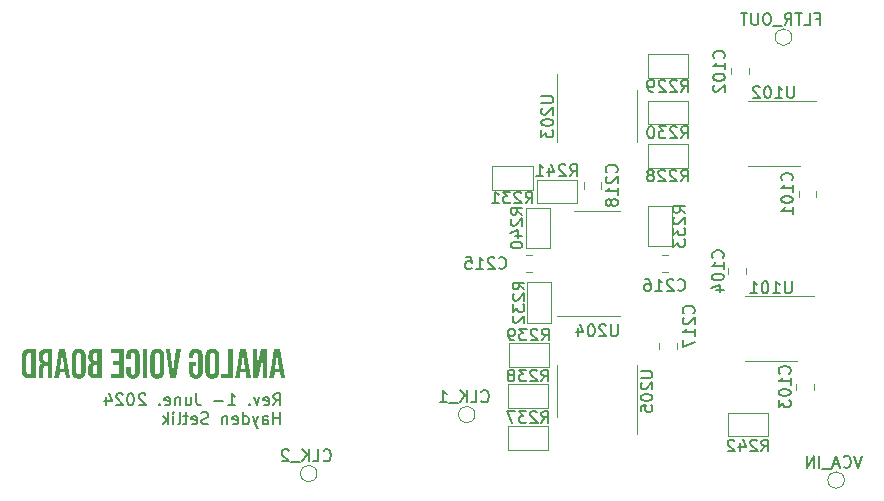
<source format=gbr>
%TF.GenerationSoftware,KiCad,Pcbnew,7.0.7*%
%TF.CreationDate,2024-06-06T22:47:17-06:00*%
%TF.ProjectId,VoiceBoardR2,566f6963-6542-46f6-9172-6452322e6b69,rev?*%
%TF.SameCoordinates,Original*%
%TF.FileFunction,Legend,Bot*%
%TF.FilePolarity,Positive*%
%FSLAX46Y46*%
G04 Gerber Fmt 4.6, Leading zero omitted, Abs format (unit mm)*
G04 Created by KiCad (PCBNEW 7.0.7) date 2024-06-06 22:47:17*
%MOMM*%
%LPD*%
G01*
G04 APERTURE LIST*
%ADD10C,0.150000*%
%ADD11C,0.120000*%
G04 APERTURE END LIST*
D10*
G36*
X27858478Y-34275000D02*
G01*
X27501273Y-34275000D01*
X27431053Y-33787124D01*
X26993859Y-33787124D01*
X26993859Y-33780408D01*
X26923639Y-34275000D01*
X26538956Y-34275000D01*
X26671865Y-33454344D01*
X27039043Y-33454344D01*
X27385868Y-33454344D01*
X27217951Y-32240457D01*
X27210624Y-32240457D01*
X27039043Y-33454344D01*
X26671865Y-33454344D01*
X26937683Y-31813032D01*
X27459141Y-31813032D01*
X27858478Y-34275000D01*
G37*
G36*
X26354553Y-34275000D02*
G01*
X26012002Y-34275000D01*
X26012002Y-32477983D01*
X26004675Y-32477983D01*
X25543056Y-34275000D01*
X25147383Y-34275000D01*
X25147383Y-31813032D01*
X25490544Y-31813032D01*
X25490544Y-33287037D01*
X25497260Y-33287037D01*
X25871563Y-31813032D01*
X26354553Y-31813032D01*
X26354553Y-34275000D01*
G37*
G36*
X24961758Y-34275000D02*
G01*
X24604553Y-34275000D01*
X24534333Y-33787124D01*
X24097138Y-33787124D01*
X24097138Y-33780408D01*
X24026919Y-34275000D01*
X23642236Y-34275000D01*
X23775145Y-33454344D01*
X24142323Y-33454344D01*
X24489148Y-33454344D01*
X24321231Y-32240457D01*
X24313904Y-32240457D01*
X24142323Y-33454344D01*
X23775145Y-33454344D01*
X24040963Y-31813032D01*
X24562421Y-31813032D01*
X24961758Y-34275000D01*
G37*
G36*
X23457833Y-34275000D02*
G01*
X22439340Y-34275000D01*
X22439340Y-33925122D01*
X23073150Y-33925122D01*
X23073150Y-31813032D01*
X23457833Y-31813032D01*
X23457833Y-34275000D01*
G37*
G36*
X21747038Y-31774608D02*
G01*
X21780956Y-31776566D01*
X21813857Y-31779818D01*
X21845733Y-31784353D01*
X21876579Y-31790163D01*
X21906387Y-31797237D01*
X21935152Y-31805566D01*
X21962866Y-31815140D01*
X21989524Y-31825949D01*
X22015120Y-31837984D01*
X22039646Y-31851234D01*
X22063098Y-31865691D01*
X22085467Y-31881343D01*
X22106748Y-31898183D01*
X22126934Y-31916199D01*
X22146020Y-31935382D01*
X22163998Y-31955723D01*
X22180862Y-31977211D01*
X22196607Y-31999837D01*
X22211225Y-32023592D01*
X22224710Y-32048465D01*
X22237056Y-32074447D01*
X22248256Y-32101528D01*
X22258305Y-32129698D01*
X22267195Y-32158948D01*
X22274920Y-32189268D01*
X22281475Y-32220648D01*
X22286852Y-32253078D01*
X22291045Y-32286549D01*
X22294048Y-32321051D01*
X22295854Y-32356574D01*
X22296458Y-32393108D01*
X22296458Y-33695533D01*
X22295854Y-33732066D01*
X22294048Y-33767584D01*
X22291045Y-33802078D01*
X22286852Y-33835538D01*
X22281475Y-33867954D01*
X22274920Y-33899318D01*
X22267195Y-33929619D01*
X22258305Y-33958848D01*
X22248256Y-33986996D01*
X22237056Y-34014053D01*
X22224710Y-34040010D01*
X22211225Y-34064856D01*
X22196607Y-34088584D01*
X22180862Y-34111182D01*
X22163998Y-34132642D01*
X22146020Y-34152954D01*
X22126934Y-34172109D01*
X22106748Y-34190097D01*
X22085467Y-34206908D01*
X22063098Y-34222534D01*
X22039646Y-34236964D01*
X22015120Y-34250189D01*
X21989524Y-34262200D01*
X21962866Y-34272986D01*
X21935152Y-34282540D01*
X21906387Y-34290850D01*
X21876579Y-34297908D01*
X21845733Y-34303704D01*
X21813857Y-34308229D01*
X21780956Y-34311472D01*
X21747038Y-34313425D01*
X21712107Y-34314078D01*
X21677176Y-34313425D01*
X21643258Y-34311472D01*
X21610357Y-34308229D01*
X21578481Y-34303704D01*
X21547635Y-34297908D01*
X21517827Y-34290850D01*
X21489062Y-34282540D01*
X21461348Y-34272986D01*
X21434690Y-34262200D01*
X21409094Y-34250189D01*
X21384567Y-34236964D01*
X21361116Y-34222534D01*
X21338747Y-34206908D01*
X21317466Y-34190097D01*
X21297280Y-34172109D01*
X21278194Y-34152954D01*
X21260216Y-34132642D01*
X21243352Y-34111182D01*
X21227607Y-34088584D01*
X21212989Y-34064856D01*
X21199504Y-34040010D01*
X21187158Y-34014053D01*
X21175958Y-33986996D01*
X21165909Y-33958848D01*
X21157019Y-33929619D01*
X21149294Y-33899318D01*
X21142739Y-33867954D01*
X21137362Y-33835538D01*
X21133169Y-33802078D01*
X21130166Y-33767584D01*
X21128360Y-33732066D01*
X21128160Y-33719958D01*
X21512438Y-33719958D01*
X21513332Y-33751882D01*
X21515984Y-33781293D01*
X21520348Y-33808253D01*
X21526377Y-33832825D01*
X21538447Y-33865341D01*
X21554009Y-33892837D01*
X21572910Y-33915523D01*
X21594996Y-33933610D01*
X21620112Y-33947311D01*
X21648105Y-33956835D01*
X21678822Y-33962394D01*
X21712107Y-33964200D01*
X21745392Y-33962394D01*
X21776108Y-33956835D01*
X21804102Y-33947311D01*
X21829218Y-33933610D01*
X21851304Y-33915523D01*
X21870205Y-33892837D01*
X21885767Y-33865341D01*
X21897836Y-33832825D01*
X21903866Y-33808253D01*
X21908230Y-33781293D01*
X21910881Y-33751882D01*
X21911775Y-33719958D01*
X21911775Y-32368684D01*
X21910881Y-32336760D01*
X21908230Y-32307349D01*
X21903866Y-32280389D01*
X21897836Y-32255817D01*
X21885767Y-32223300D01*
X21870205Y-32195804D01*
X21851304Y-32173119D01*
X21829218Y-32155031D01*
X21804102Y-32141331D01*
X21776108Y-32131807D01*
X21745392Y-32126247D01*
X21712107Y-32124441D01*
X21678822Y-32126247D01*
X21648105Y-32131807D01*
X21620112Y-32141331D01*
X21594996Y-32155031D01*
X21572910Y-32173119D01*
X21554009Y-32195804D01*
X21538447Y-32223300D01*
X21526377Y-32255817D01*
X21520348Y-32280389D01*
X21515984Y-32307349D01*
X21513332Y-32336760D01*
X21512438Y-32368684D01*
X21512438Y-33719958D01*
X21128160Y-33719958D01*
X21127756Y-33695533D01*
X21127756Y-32393108D01*
X21128360Y-32356574D01*
X21130166Y-32321051D01*
X21133169Y-32286549D01*
X21137362Y-32253078D01*
X21142739Y-32220648D01*
X21149294Y-32189268D01*
X21157019Y-32158948D01*
X21165909Y-32129698D01*
X21175958Y-32101528D01*
X21187158Y-32074447D01*
X21199504Y-32048465D01*
X21212989Y-32023592D01*
X21227607Y-31999837D01*
X21243352Y-31977211D01*
X21260216Y-31955723D01*
X21278194Y-31935382D01*
X21297280Y-31916199D01*
X21317466Y-31898183D01*
X21338747Y-31881343D01*
X21361116Y-31865691D01*
X21384567Y-31851234D01*
X21409094Y-31837984D01*
X21434690Y-31825949D01*
X21461348Y-31815140D01*
X21489062Y-31805566D01*
X21517827Y-31797237D01*
X21547635Y-31790163D01*
X21578481Y-31784353D01*
X21610357Y-31779818D01*
X21643258Y-31776566D01*
X21677176Y-31774608D01*
X21712107Y-31773953D01*
X21747038Y-31774608D01*
G37*
G36*
X20322976Y-34314078D02*
G01*
X20288075Y-34313425D01*
X20254243Y-34311470D01*
X20221482Y-34308222D01*
X20189795Y-34303690D01*
X20159185Y-34297880D01*
X20129654Y-34290802D01*
X20101204Y-34282463D01*
X20073839Y-34272872D01*
X20047560Y-34262037D01*
X20022370Y-34249965D01*
X19998273Y-34236666D01*
X19975270Y-34222147D01*
X19953364Y-34206417D01*
X19932557Y-34189483D01*
X19912853Y-34171354D01*
X19894253Y-34152038D01*
X19876761Y-34131544D01*
X19860379Y-34109878D01*
X19845109Y-34087050D01*
X19830954Y-34063068D01*
X19817917Y-34037939D01*
X19806000Y-34011672D01*
X19795206Y-33984275D01*
X19785537Y-33955757D01*
X19776995Y-33926125D01*
X19769585Y-33895387D01*
X19763307Y-33863553D01*
X19758165Y-33830629D01*
X19754162Y-33796624D01*
X19751299Y-33761547D01*
X19749579Y-33725405D01*
X19749005Y-33688206D01*
X19749005Y-32869993D01*
X20305879Y-32869993D01*
X20305879Y-33219870D01*
X20112927Y-33219870D01*
X20112927Y-33717515D01*
X20113821Y-33750171D01*
X20116473Y-33780182D01*
X20120836Y-33807623D01*
X20126866Y-33832567D01*
X20138935Y-33865465D01*
X20154498Y-33893163D01*
X20173398Y-33915913D01*
X20195484Y-33933965D01*
X20220601Y-33947569D01*
X20248594Y-33956976D01*
X20279310Y-33962436D01*
X20312595Y-33964200D01*
X20345881Y-33962436D01*
X20376597Y-33956976D01*
X20404590Y-33947569D01*
X20429707Y-33933965D01*
X20451792Y-33915913D01*
X20470693Y-33893163D01*
X20486256Y-33865465D01*
X20498325Y-33832567D01*
X20504355Y-33807623D01*
X20508718Y-33780182D01*
X20511370Y-33750171D01*
X20512264Y-33717515D01*
X20512264Y-32363799D01*
X20511370Y-32332534D01*
X20508718Y-32303726D01*
X20504355Y-32277315D01*
X20498325Y-32253241D01*
X20486256Y-32221377D01*
X20470693Y-32194428D01*
X20451792Y-32172188D01*
X20429707Y-32154452D01*
X20404590Y-32141014D01*
X20376597Y-32131670D01*
X20345881Y-32126214D01*
X20312595Y-32124441D01*
X20279310Y-32126214D01*
X20248594Y-32131670D01*
X20220601Y-32141014D01*
X20195484Y-32154452D01*
X20173398Y-32172188D01*
X20154498Y-32194428D01*
X20138935Y-32221377D01*
X20126866Y-32253241D01*
X20120836Y-32277315D01*
X20116473Y-32303726D01*
X20113821Y-32332534D01*
X20112927Y-32363799D01*
X20112927Y-32595830D01*
X19749005Y-32595830D01*
X19749005Y-32388224D01*
X19749579Y-32352133D01*
X19751299Y-32317026D01*
X19754162Y-32282913D01*
X19758165Y-32249805D01*
X19763307Y-32217713D01*
X19769585Y-32186648D01*
X19776995Y-32156619D01*
X19785537Y-32127637D01*
X19795206Y-32099714D01*
X19806000Y-32072860D01*
X19817917Y-32047085D01*
X19830954Y-32022399D01*
X19845109Y-31998815D01*
X19860379Y-31976342D01*
X19876761Y-31954990D01*
X19894253Y-31934771D01*
X19912853Y-31915696D01*
X19932557Y-31897773D01*
X19953364Y-31881016D01*
X19975270Y-31865433D01*
X19998273Y-31851036D01*
X20022370Y-31837835D01*
X20047560Y-31825841D01*
X20073839Y-31815064D01*
X20101204Y-31805515D01*
X20129654Y-31797205D01*
X20159185Y-31790145D01*
X20189795Y-31784344D01*
X20221482Y-31779814D01*
X20254243Y-31776565D01*
X20288075Y-31774607D01*
X20322976Y-31773953D01*
X20357877Y-31774607D01*
X20391709Y-31776565D01*
X20424469Y-31779814D01*
X20456156Y-31784344D01*
X20486766Y-31790145D01*
X20516298Y-31797205D01*
X20544747Y-31805515D01*
X20572113Y-31815064D01*
X20598392Y-31825841D01*
X20623581Y-31837835D01*
X20647679Y-31851036D01*
X20670682Y-31865433D01*
X20692588Y-31881016D01*
X20713394Y-31897773D01*
X20733099Y-31915696D01*
X20751698Y-31934771D01*
X20769191Y-31954990D01*
X20785573Y-31976342D01*
X20800843Y-31998815D01*
X20814998Y-32022399D01*
X20828035Y-32047085D01*
X20839952Y-32072860D01*
X20850746Y-32099714D01*
X20860415Y-32127637D01*
X20868956Y-32156619D01*
X20876367Y-32186648D01*
X20882644Y-32217713D01*
X20887786Y-32249805D01*
X20891790Y-32282913D01*
X20894653Y-32317026D01*
X20896373Y-32352133D01*
X20896946Y-32388224D01*
X20896946Y-33688206D01*
X20896373Y-33725405D01*
X20894653Y-33761547D01*
X20891790Y-33796624D01*
X20887786Y-33830629D01*
X20882644Y-33863553D01*
X20876367Y-33895387D01*
X20868956Y-33926125D01*
X20860415Y-33955757D01*
X20850746Y-33984275D01*
X20839952Y-34011672D01*
X20828035Y-34037939D01*
X20814998Y-34063068D01*
X20800843Y-34087050D01*
X20785573Y-34109878D01*
X20769191Y-34131544D01*
X20751698Y-34152038D01*
X20733099Y-34171354D01*
X20713394Y-34189483D01*
X20692588Y-34206417D01*
X20670682Y-34222147D01*
X20647679Y-34236666D01*
X20623581Y-34249965D01*
X20598392Y-34262037D01*
X20572113Y-34272872D01*
X20544747Y-34282463D01*
X20516298Y-34290802D01*
X20486766Y-34297880D01*
X20456156Y-34303690D01*
X20424469Y-34308222D01*
X20391709Y-34311470D01*
X20357877Y-34313425D01*
X20322976Y-34314078D01*
G37*
G36*
X18672505Y-34275000D02*
G01*
X18161427Y-34275000D01*
X17790788Y-31813032D01*
X18143719Y-31813032D01*
X18395900Y-33723011D01*
X18403227Y-33723011D01*
X18654797Y-31813032D01*
X19043754Y-31813032D01*
X18672505Y-34275000D01*
G37*
G36*
X17091769Y-31774608D02*
G01*
X17125688Y-31776566D01*
X17158588Y-31779818D01*
X17190465Y-31784353D01*
X17221310Y-31790163D01*
X17251118Y-31797237D01*
X17279883Y-31805566D01*
X17307597Y-31815140D01*
X17334256Y-31825949D01*
X17359851Y-31837984D01*
X17384378Y-31851234D01*
X17407829Y-31865691D01*
X17430198Y-31881343D01*
X17451479Y-31898183D01*
X17471666Y-31916199D01*
X17490751Y-31935382D01*
X17508729Y-31955723D01*
X17525594Y-31977211D01*
X17541338Y-31999837D01*
X17555956Y-32023592D01*
X17569441Y-32048465D01*
X17581787Y-32074447D01*
X17592987Y-32101528D01*
X17603036Y-32129698D01*
X17611926Y-32158948D01*
X17619652Y-32189268D01*
X17626206Y-32220648D01*
X17631583Y-32253078D01*
X17635776Y-32286549D01*
X17638779Y-32321051D01*
X17640586Y-32356574D01*
X17641189Y-32393108D01*
X17641189Y-33695533D01*
X17640586Y-33732066D01*
X17638779Y-33767584D01*
X17635776Y-33802078D01*
X17631583Y-33835538D01*
X17626206Y-33867954D01*
X17619652Y-33899318D01*
X17611926Y-33929619D01*
X17603036Y-33958848D01*
X17592987Y-33986996D01*
X17581787Y-34014053D01*
X17569441Y-34040010D01*
X17555956Y-34064856D01*
X17541338Y-34088584D01*
X17525594Y-34111182D01*
X17508729Y-34132642D01*
X17490751Y-34152954D01*
X17471666Y-34172109D01*
X17451479Y-34190097D01*
X17430198Y-34206908D01*
X17407829Y-34222534D01*
X17384378Y-34236964D01*
X17359851Y-34250189D01*
X17334256Y-34262200D01*
X17307597Y-34272986D01*
X17279883Y-34282540D01*
X17251118Y-34290850D01*
X17221310Y-34297908D01*
X17190465Y-34303704D01*
X17158588Y-34308229D01*
X17125688Y-34311472D01*
X17091769Y-34313425D01*
X17056838Y-34314078D01*
X17021908Y-34313425D01*
X16987989Y-34311472D01*
X16955088Y-34308229D01*
X16923212Y-34303704D01*
X16892367Y-34297908D01*
X16862558Y-34290850D01*
X16833794Y-34282540D01*
X16806079Y-34272986D01*
X16779421Y-34262200D01*
X16753825Y-34250189D01*
X16729299Y-34236964D01*
X16705848Y-34222534D01*
X16683479Y-34206908D01*
X16662198Y-34190097D01*
X16642011Y-34172109D01*
X16622926Y-34152954D01*
X16604947Y-34132642D01*
X16588083Y-34111182D01*
X16572339Y-34088584D01*
X16557721Y-34064856D01*
X16544236Y-34040010D01*
X16531890Y-34014053D01*
X16520689Y-33986996D01*
X16510641Y-33958848D01*
X16501751Y-33929619D01*
X16494025Y-33899318D01*
X16487471Y-33867954D01*
X16482094Y-33835538D01*
X16477900Y-33802078D01*
X16474897Y-33767584D01*
X16473091Y-33732066D01*
X16472891Y-33719958D01*
X16857170Y-33719958D01*
X16858064Y-33751882D01*
X16860715Y-33781293D01*
X16865079Y-33808253D01*
X16871109Y-33832825D01*
X16883178Y-33865341D01*
X16898740Y-33892837D01*
X16917641Y-33915523D01*
X16939727Y-33933610D01*
X16964843Y-33947311D01*
X16992837Y-33956835D01*
X17023553Y-33962394D01*
X17056838Y-33964200D01*
X17090124Y-33962394D01*
X17120840Y-33956835D01*
X17148833Y-33947311D01*
X17173950Y-33933610D01*
X17196035Y-33915523D01*
X17214936Y-33892837D01*
X17230498Y-33865341D01*
X17242568Y-33832825D01*
X17248598Y-33808253D01*
X17252961Y-33781293D01*
X17255613Y-33751882D01*
X17256507Y-33719958D01*
X17256507Y-32368684D01*
X17255613Y-32336760D01*
X17252961Y-32307349D01*
X17248598Y-32280389D01*
X17242568Y-32255817D01*
X17230498Y-32223300D01*
X17214936Y-32195804D01*
X17196035Y-32173119D01*
X17173950Y-32155031D01*
X17148833Y-32141331D01*
X17120840Y-32131807D01*
X17090124Y-32126247D01*
X17056838Y-32124441D01*
X17023553Y-32126247D01*
X16992837Y-32131807D01*
X16964843Y-32141331D01*
X16939727Y-32155031D01*
X16917641Y-32173119D01*
X16898740Y-32195804D01*
X16883178Y-32223300D01*
X16871109Y-32255817D01*
X16865079Y-32280389D01*
X16860715Y-32307349D01*
X16858064Y-32336760D01*
X16857170Y-32368684D01*
X16857170Y-33719958D01*
X16472891Y-33719958D01*
X16472487Y-33695533D01*
X16472487Y-32393108D01*
X16473091Y-32356574D01*
X16474897Y-32321051D01*
X16477900Y-32286549D01*
X16482094Y-32253078D01*
X16487471Y-32220648D01*
X16494025Y-32189268D01*
X16501751Y-32158948D01*
X16510641Y-32129698D01*
X16520689Y-32101528D01*
X16531890Y-32074447D01*
X16544236Y-32048465D01*
X16557721Y-32023592D01*
X16572339Y-31999837D01*
X16588083Y-31977211D01*
X16604947Y-31955723D01*
X16622926Y-31935382D01*
X16642011Y-31916199D01*
X16662198Y-31898183D01*
X16683479Y-31881343D01*
X16705848Y-31865691D01*
X16729299Y-31851234D01*
X16753825Y-31837984D01*
X16779421Y-31825949D01*
X16806079Y-31815140D01*
X16833794Y-31805566D01*
X16862558Y-31797237D01*
X16892367Y-31790163D01*
X16923212Y-31784353D01*
X16955088Y-31779818D01*
X16987989Y-31776566D01*
X17021908Y-31774608D01*
X17056838Y-31773953D01*
X17091769Y-31774608D01*
G37*
G36*
X16213590Y-34275000D02*
G01*
X15828907Y-34275000D01*
X15828907Y-31813032D01*
X16213590Y-31813032D01*
X16213590Y-34275000D01*
G37*
G36*
X14999703Y-34314078D02*
G01*
X14965412Y-34313426D01*
X14932152Y-34311476D01*
X14899927Y-34308240D01*
X14868740Y-34303731D01*
X14838594Y-34297962D01*
X14809495Y-34290943D01*
X14781445Y-34282687D01*
X14754449Y-34273206D01*
X14728510Y-34262512D01*
X14703632Y-34250618D01*
X14679818Y-34237534D01*
X14657074Y-34223274D01*
X14635401Y-34207850D01*
X14614805Y-34191273D01*
X14595290Y-34173556D01*
X14576857Y-34154710D01*
X14559513Y-34134748D01*
X14543260Y-34113682D01*
X14528102Y-34091523D01*
X14514044Y-34068285D01*
X14501088Y-34043979D01*
X14489239Y-34018617D01*
X14478500Y-33992211D01*
X14468875Y-33964773D01*
X14460369Y-33936316D01*
X14452984Y-33906851D01*
X14446726Y-33876390D01*
X14441596Y-33844946D01*
X14437600Y-33812531D01*
X14434741Y-33779156D01*
X14433023Y-33744834D01*
X14432449Y-33709577D01*
X14432449Y-33359089D01*
X14796371Y-33359089D01*
X14796371Y-33737665D01*
X14797270Y-33767076D01*
X14799928Y-33794207D01*
X14804288Y-33819111D01*
X14813890Y-33852406D01*
X14826993Y-33880987D01*
X14843400Y-33905032D01*
X14862916Y-33924719D01*
X14885344Y-33940226D01*
X14910487Y-33951731D01*
X14938151Y-33959412D01*
X14968138Y-33963448D01*
X14989323Y-33964200D01*
X15020734Y-33962496D01*
X15049927Y-33957265D01*
X15076711Y-33948329D01*
X15100896Y-33935510D01*
X15122291Y-33918630D01*
X15140707Y-33897510D01*
X15155953Y-33871973D01*
X15167839Y-33841841D01*
X15176176Y-33806934D01*
X15179667Y-33780923D01*
X15181440Y-33752659D01*
X15181664Y-33737665D01*
X15181664Y-32354640D01*
X15180772Y-32325188D01*
X15178133Y-32297941D01*
X15173803Y-32272856D01*
X15164262Y-32239193D01*
X15151235Y-32210159D01*
X15134911Y-32185613D01*
X15115481Y-32165413D01*
X15093135Y-32149417D01*
X15068062Y-32137483D01*
X15040454Y-32129470D01*
X15010501Y-32125235D01*
X14989323Y-32124441D01*
X14957896Y-32126236D01*
X14928662Y-32131714D01*
X14901817Y-32141019D01*
X14877556Y-32154291D01*
X14856078Y-32171672D01*
X14837576Y-32193305D01*
X14822248Y-32219331D01*
X14810291Y-32249892D01*
X14801899Y-32285131D01*
X14798383Y-32311291D01*
X14796597Y-32339636D01*
X14796371Y-32354640D01*
X14796371Y-32641015D01*
X14432449Y-32641015D01*
X14432449Y-32379064D01*
X14433023Y-32343806D01*
X14434741Y-32309479D01*
X14437600Y-32276096D01*
X14441596Y-32243669D01*
X14446726Y-32212212D01*
X14452984Y-32181735D01*
X14460369Y-32152251D01*
X14468875Y-32123773D01*
X14478500Y-32096313D01*
X14489239Y-32069883D01*
X14501088Y-32044496D01*
X14514044Y-32020163D01*
X14528102Y-31996898D01*
X14543260Y-31974712D01*
X14559513Y-31953617D01*
X14576857Y-31933627D01*
X14595290Y-31914752D01*
X14614805Y-31897006D01*
X14635401Y-31880402D01*
X14657074Y-31864950D01*
X14679818Y-31850664D01*
X14703632Y-31837555D01*
X14728510Y-31825637D01*
X14754449Y-31814921D01*
X14781445Y-31805419D01*
X14809495Y-31797145D01*
X14838594Y-31790110D01*
X14868740Y-31784326D01*
X14899927Y-31779806D01*
X14932152Y-31776562D01*
X14965412Y-31774607D01*
X14999703Y-31773953D01*
X15033993Y-31774607D01*
X15067253Y-31776562D01*
X15099479Y-31779806D01*
X15130666Y-31784326D01*
X15160811Y-31790110D01*
X15189911Y-31797145D01*
X15217961Y-31805419D01*
X15244957Y-31814921D01*
X15270896Y-31825637D01*
X15295774Y-31837555D01*
X15319588Y-31850664D01*
X15342332Y-31864950D01*
X15364004Y-31880402D01*
X15384600Y-31897006D01*
X15404116Y-31914752D01*
X15422548Y-31933627D01*
X15439893Y-31953617D01*
X15456146Y-31974712D01*
X15471303Y-31996898D01*
X15485362Y-32020163D01*
X15498318Y-32044496D01*
X15510167Y-32069883D01*
X15520906Y-32096313D01*
X15530530Y-32123773D01*
X15539037Y-32152251D01*
X15546421Y-32181735D01*
X15552680Y-32212212D01*
X15557810Y-32243669D01*
X15561806Y-32276096D01*
X15564665Y-32309479D01*
X15566383Y-32343806D01*
X15566957Y-32379064D01*
X15566957Y-33709577D01*
X15566383Y-33744834D01*
X15564665Y-33779156D01*
X15561806Y-33812531D01*
X15557810Y-33844946D01*
X15552680Y-33876390D01*
X15546421Y-33906851D01*
X15539037Y-33936316D01*
X15530530Y-33964773D01*
X15520906Y-33992211D01*
X15510167Y-34018617D01*
X15498318Y-34043979D01*
X15485362Y-34068285D01*
X15471303Y-34091523D01*
X15456146Y-34113682D01*
X15439893Y-34134748D01*
X15422548Y-34154710D01*
X15404116Y-34173556D01*
X15384600Y-34191273D01*
X15364004Y-34207850D01*
X15342332Y-34223274D01*
X15319588Y-34237534D01*
X15295774Y-34250618D01*
X15270896Y-34262512D01*
X15244957Y-34273206D01*
X15217961Y-34282687D01*
X15189911Y-34290943D01*
X15160811Y-34297962D01*
X15130666Y-34303731D01*
X15099479Y-34308240D01*
X15067253Y-34311476D01*
X15033993Y-34313426D01*
X14999703Y-34314078D01*
G37*
G36*
X14203471Y-34275000D02*
G01*
X13153838Y-34275000D01*
X13153838Y-33925122D01*
X13818789Y-33925122D01*
X13818789Y-33179570D01*
X13290003Y-33179570D01*
X13290003Y-32829082D01*
X13818789Y-32829082D01*
X13818789Y-32163520D01*
X13153838Y-32163520D01*
X13153838Y-31813032D01*
X14203471Y-31813032D01*
X14203471Y-34275000D01*
G37*
G36*
X12374092Y-34275000D02*
G01*
X11768981Y-34275000D01*
X11733404Y-34274406D01*
X11698917Y-34272631D01*
X11665523Y-34269678D01*
X11633224Y-34265554D01*
X11602024Y-34260264D01*
X11571923Y-34253812D01*
X11542926Y-34246205D01*
X11515035Y-34237447D01*
X11488252Y-34227545D01*
X11462579Y-34216503D01*
X11438020Y-34204327D01*
X11414577Y-34191022D01*
X11392252Y-34176594D01*
X11371049Y-34161047D01*
X11350969Y-34144388D01*
X11332015Y-34126622D01*
X11314190Y-34107754D01*
X11297496Y-34087789D01*
X11281937Y-34066733D01*
X11267514Y-34044591D01*
X11254230Y-34021368D01*
X11242087Y-33997071D01*
X11231089Y-33971703D01*
X11221237Y-33945272D01*
X11212535Y-33917781D01*
X11204985Y-33889237D01*
X11198590Y-33859644D01*
X11193351Y-33829008D01*
X11189272Y-33797335D01*
X11186355Y-33764630D01*
X11184604Y-33730898D01*
X11184019Y-33696144D01*
X11184019Y-33685764D01*
X11569312Y-33685764D01*
X11570132Y-33718237D01*
X11572582Y-33747941D01*
X11576646Y-33774968D01*
X11582307Y-33799413D01*
X11593758Y-33831440D01*
X11608713Y-33858178D01*
X11627118Y-33879941D01*
X11648918Y-33897043D01*
X11674058Y-33909798D01*
X11702485Y-33918521D01*
X11734144Y-33923524D01*
X11768981Y-33925122D01*
X11989410Y-33925122D01*
X11989410Y-33179570D01*
X11817829Y-33179570D01*
X11786159Y-33180400D01*
X11756836Y-33182976D01*
X11729820Y-33187427D01*
X11705067Y-33193881D01*
X11672091Y-33207601D01*
X11643972Y-33226554D01*
X11620568Y-33251173D01*
X11601738Y-33281895D01*
X11591655Y-33305980D01*
X11583499Y-33333100D01*
X11577229Y-33363382D01*
X11572803Y-33396956D01*
X11570178Y-33433950D01*
X11569312Y-33474494D01*
X11569312Y-33685764D01*
X11184019Y-33685764D01*
X11184019Y-33487927D01*
X11184975Y-33440731D01*
X11187887Y-33395347D01*
X11192822Y-33351830D01*
X11199847Y-33310231D01*
X11209030Y-33270603D01*
X11220437Y-33233000D01*
X11234136Y-33197473D01*
X11250194Y-33164076D01*
X11268677Y-33132862D01*
X11289653Y-33103882D01*
X11313189Y-33077191D01*
X11339352Y-33052841D01*
X11368209Y-33030884D01*
X11399827Y-33011373D01*
X11434273Y-32994362D01*
X11471615Y-32979902D01*
X11471615Y-32973185D01*
X11440548Y-32958965D01*
X11411674Y-32942627D01*
X11384966Y-32924159D01*
X11360399Y-32903547D01*
X11337946Y-32880778D01*
X11317581Y-32855838D01*
X11299279Y-32828713D01*
X11283014Y-32799391D01*
X11268759Y-32767858D01*
X11256489Y-32734100D01*
X11246178Y-32698105D01*
X11237800Y-32659858D01*
X11231329Y-32619346D01*
X11226739Y-32576556D01*
X11225908Y-32562857D01*
X11607780Y-32562857D01*
X11608796Y-32599053D01*
X11611813Y-32632149D01*
X11616784Y-32662250D01*
X11623666Y-32689463D01*
X11632411Y-32713891D01*
X11648925Y-32745546D01*
X11669375Y-32771532D01*
X11693610Y-32792205D01*
X11721474Y-32807921D01*
X11752813Y-32819036D01*
X11787474Y-32825907D01*
X11812351Y-32828306D01*
X11838590Y-32829082D01*
X11989410Y-32829082D01*
X11989410Y-32163520D01*
X11803785Y-32163520D01*
X11779145Y-32164455D01*
X11745485Y-32169413D01*
X11715715Y-32178728D01*
X11689752Y-32192503D01*
X11667515Y-32210839D01*
X11648923Y-32233841D01*
X11633895Y-32261611D01*
X11622347Y-32294250D01*
X11616543Y-32318767D01*
X11612226Y-32345523D01*
X11609372Y-32374551D01*
X11607956Y-32405880D01*
X11607780Y-32422418D01*
X11607780Y-32562857D01*
X11225908Y-32562857D01*
X11224004Y-32531475D01*
X11223098Y-32484089D01*
X11223098Y-32382728D01*
X11223601Y-32347302D01*
X11225115Y-32313037D01*
X11227653Y-32279930D01*
X11231224Y-32247978D01*
X11235839Y-32217180D01*
X11241508Y-32187533D01*
X11248242Y-32159035D01*
X11256052Y-32131683D01*
X11264947Y-32105475D01*
X11274938Y-32080408D01*
X11286037Y-32056481D01*
X11298253Y-32033691D01*
X11311596Y-32012035D01*
X11326079Y-31991512D01*
X11341710Y-31972119D01*
X11358500Y-31953853D01*
X11376460Y-31936712D01*
X11395601Y-31920694D01*
X11415933Y-31905797D01*
X11437466Y-31892018D01*
X11460212Y-31879355D01*
X11484179Y-31867805D01*
X11509380Y-31857366D01*
X11535824Y-31848037D01*
X11563522Y-31839813D01*
X11592485Y-31832694D01*
X11622723Y-31826676D01*
X11654246Y-31821758D01*
X11687065Y-31817937D01*
X11721191Y-31815210D01*
X11756634Y-31813576D01*
X11793405Y-31813032D01*
X12374092Y-31813032D01*
X12374092Y-34275000D01*
G37*
G36*
X10438594Y-31774608D02*
G01*
X10472513Y-31776566D01*
X10505413Y-31779818D01*
X10537290Y-31784353D01*
X10568135Y-31790163D01*
X10597943Y-31797237D01*
X10626708Y-31805566D01*
X10654422Y-31815140D01*
X10681081Y-31825949D01*
X10706676Y-31837984D01*
X10731203Y-31851234D01*
X10754654Y-31865691D01*
X10777023Y-31881343D01*
X10798304Y-31898183D01*
X10818490Y-31916199D01*
X10837576Y-31935382D01*
X10855554Y-31955723D01*
X10872418Y-31977211D01*
X10888163Y-31999837D01*
X10902781Y-32023592D01*
X10916266Y-32048465D01*
X10928612Y-32074447D01*
X10939812Y-32101528D01*
X10949861Y-32129698D01*
X10958751Y-32158948D01*
X10966476Y-32189268D01*
X10973031Y-32220648D01*
X10978408Y-32253078D01*
X10982601Y-32286549D01*
X10985604Y-32321051D01*
X10987411Y-32356574D01*
X10988014Y-32393108D01*
X10988014Y-33695533D01*
X10987411Y-33732066D01*
X10985604Y-33767584D01*
X10982601Y-33802078D01*
X10978408Y-33835538D01*
X10973031Y-33867954D01*
X10966476Y-33899318D01*
X10958751Y-33929619D01*
X10949861Y-33958848D01*
X10939812Y-33986996D01*
X10928612Y-34014053D01*
X10916266Y-34040010D01*
X10902781Y-34064856D01*
X10888163Y-34088584D01*
X10872418Y-34111182D01*
X10855554Y-34132642D01*
X10837576Y-34152954D01*
X10818490Y-34172109D01*
X10798304Y-34190097D01*
X10777023Y-34206908D01*
X10754654Y-34222534D01*
X10731203Y-34236964D01*
X10706676Y-34250189D01*
X10681081Y-34262200D01*
X10654422Y-34272986D01*
X10626708Y-34282540D01*
X10597943Y-34290850D01*
X10568135Y-34297908D01*
X10537290Y-34303704D01*
X10505413Y-34308229D01*
X10472513Y-34311472D01*
X10438594Y-34313425D01*
X10403663Y-34314078D01*
X10368733Y-34313425D01*
X10334814Y-34311472D01*
X10301913Y-34308229D01*
X10270037Y-34303704D01*
X10239191Y-34297908D01*
X10209383Y-34290850D01*
X10180619Y-34282540D01*
X10152904Y-34272986D01*
X10126246Y-34262200D01*
X10100650Y-34250189D01*
X10076124Y-34236964D01*
X10052673Y-34222534D01*
X10030303Y-34206908D01*
X10009022Y-34190097D01*
X9988836Y-34172109D01*
X9969750Y-34152954D01*
X9951772Y-34132642D01*
X9934908Y-34111182D01*
X9919163Y-34088584D01*
X9904545Y-34064856D01*
X9891060Y-34040010D01*
X9878714Y-34014053D01*
X9867514Y-33986996D01*
X9857466Y-33958848D01*
X9848575Y-33929619D01*
X9840850Y-33899318D01*
X9834295Y-33867954D01*
X9828918Y-33835538D01*
X9824725Y-33802078D01*
X9821722Y-33767584D01*
X9819916Y-33732066D01*
X9819716Y-33719958D01*
X10203995Y-33719958D01*
X10204889Y-33751882D01*
X10207540Y-33781293D01*
X10211904Y-33808253D01*
X10217934Y-33832825D01*
X10230003Y-33865341D01*
X10245565Y-33892837D01*
X10264466Y-33915523D01*
X10286552Y-33933610D01*
X10311668Y-33947311D01*
X10339662Y-33956835D01*
X10370378Y-33962394D01*
X10403663Y-33964200D01*
X10436948Y-33962394D01*
X10467665Y-33956835D01*
X10495658Y-33947311D01*
X10520774Y-33933610D01*
X10542860Y-33915523D01*
X10561761Y-33892837D01*
X10577323Y-33865341D01*
X10589393Y-33832825D01*
X10595423Y-33808253D01*
X10599786Y-33781293D01*
X10602438Y-33751882D01*
X10603332Y-33719958D01*
X10603332Y-32368684D01*
X10602438Y-32336760D01*
X10599786Y-32307349D01*
X10595423Y-32280389D01*
X10589393Y-32255817D01*
X10577323Y-32223300D01*
X10561761Y-32195804D01*
X10542860Y-32173119D01*
X10520774Y-32155031D01*
X10495658Y-32141331D01*
X10467665Y-32131807D01*
X10436948Y-32126247D01*
X10403663Y-32124441D01*
X10370378Y-32126247D01*
X10339662Y-32131807D01*
X10311668Y-32141331D01*
X10286552Y-32155031D01*
X10264466Y-32173119D01*
X10245565Y-32195804D01*
X10230003Y-32223300D01*
X10217934Y-32255817D01*
X10211904Y-32280389D01*
X10207540Y-32307349D01*
X10204889Y-32336760D01*
X10203995Y-32368684D01*
X10203995Y-33719958D01*
X9819716Y-33719958D01*
X9819312Y-33695533D01*
X9819312Y-32393108D01*
X9819916Y-32356574D01*
X9821722Y-32321051D01*
X9824725Y-32286549D01*
X9828918Y-32253078D01*
X9834295Y-32220648D01*
X9840850Y-32189268D01*
X9848575Y-32158948D01*
X9857466Y-32129698D01*
X9867514Y-32101528D01*
X9878714Y-32074447D01*
X9891060Y-32048465D01*
X9904545Y-32023592D01*
X9919163Y-31999837D01*
X9934908Y-31977211D01*
X9951772Y-31955723D01*
X9969750Y-31935382D01*
X9988836Y-31916199D01*
X10009022Y-31898183D01*
X10030303Y-31881343D01*
X10052673Y-31865691D01*
X10076124Y-31851234D01*
X10100650Y-31837984D01*
X10126246Y-31825949D01*
X10152904Y-31815140D01*
X10180619Y-31805566D01*
X10209383Y-31797237D01*
X10239191Y-31790163D01*
X10270037Y-31784353D01*
X10301913Y-31779818D01*
X10334814Y-31776566D01*
X10368733Y-31774608D01*
X10403663Y-31773953D01*
X10438594Y-31774608D01*
G37*
G36*
X9669713Y-34275000D02*
G01*
X9312508Y-34275000D01*
X9242288Y-33787124D01*
X8805094Y-33787124D01*
X8805094Y-33780408D01*
X8734874Y-34275000D01*
X8350191Y-34275000D01*
X8483100Y-33454344D01*
X8850279Y-33454344D01*
X9197103Y-33454344D01*
X9029187Y-32240457D01*
X9021859Y-32240457D01*
X8850279Y-33454344D01*
X8483100Y-33454344D01*
X8748918Y-31813032D01*
X9270376Y-31813032D01*
X9669713Y-34275000D01*
G37*
G36*
X8165788Y-34275000D02*
G01*
X7781106Y-34275000D01*
X7781106Y-33218649D01*
X7647993Y-33218649D01*
X7616405Y-33219535D01*
X7587315Y-33222271D01*
X7560660Y-33226977D01*
X7536376Y-33233771D01*
X7504257Y-33248139D01*
X7477116Y-33267875D01*
X7454739Y-33293381D01*
X7436910Y-33325058D01*
X7427446Y-33349803D01*
X7419846Y-33377588D01*
X7414044Y-33408533D01*
X7409979Y-33442755D01*
X7407587Y-33480375D01*
X7406803Y-33521510D01*
X7406803Y-33972138D01*
X7406640Y-34007954D01*
X7406158Y-34040250D01*
X7405366Y-34069296D01*
X7404275Y-34095367D01*
X7402098Y-34129485D01*
X7399302Y-34158436D01*
X7395920Y-34183136D01*
X7390557Y-34211043D01*
X7384291Y-34235202D01*
X7375308Y-34263441D01*
X7371388Y-34275000D01*
X6979378Y-34275000D01*
X6989306Y-34249307D01*
X6997551Y-34223632D01*
X7004270Y-34197801D01*
X7009614Y-34171638D01*
X7013739Y-34144967D01*
X7016799Y-34117614D01*
X7018947Y-34089404D01*
X7020337Y-34060161D01*
X7021123Y-34029711D01*
X7021460Y-33997878D01*
X7021510Y-33975802D01*
X7021510Y-33542271D01*
X7021697Y-33516505D01*
X7022264Y-33491302D01*
X7023223Y-33466667D01*
X7026371Y-33419124D01*
X7031236Y-33373916D01*
X7037916Y-33331084D01*
X7046509Y-33290671D01*
X7057112Y-33252716D01*
X7069823Y-33217261D01*
X7084739Y-33184347D01*
X7101958Y-33154015D01*
X7121577Y-33126307D01*
X7143694Y-33101264D01*
X7168406Y-33078926D01*
X7195811Y-33059335D01*
X7226006Y-33042531D01*
X7259089Y-33028558D01*
X7276744Y-33022644D01*
X7276744Y-33015317D01*
X7245744Y-33001185D01*
X7216847Y-32984892D01*
X7190040Y-32966437D01*
X7165308Y-32945822D01*
X7142637Y-32923046D01*
X7122012Y-32898109D01*
X7103420Y-32871011D01*
X7086845Y-32841752D01*
X7072274Y-32810332D01*
X7059692Y-32776751D01*
X7049085Y-32741009D01*
X7040439Y-32703106D01*
X7033739Y-32663042D01*
X7028971Y-32620817D01*
X7028111Y-32607431D01*
X7409856Y-32607431D01*
X7410879Y-32642962D01*
X7413915Y-32675435D01*
X7418917Y-32704957D01*
X7425837Y-32731633D01*
X7434629Y-32755568D01*
X7451221Y-32786563D01*
X7471757Y-32811985D01*
X7496076Y-32832191D01*
X7524019Y-32847536D01*
X7555425Y-32858378D01*
X7590135Y-32865072D01*
X7615031Y-32867406D01*
X7641277Y-32868161D01*
X7781106Y-32868161D01*
X7781106Y-32163520D01*
X7605861Y-32163520D01*
X7581221Y-32164434D01*
X7547561Y-32169279D01*
X7517791Y-32178385D01*
X7491828Y-32191853D01*
X7469591Y-32209788D01*
X7450999Y-32232290D01*
X7435971Y-32259464D01*
X7424423Y-32291412D01*
X7418619Y-32315413D01*
X7414302Y-32341611D01*
X7411448Y-32370038D01*
X7410032Y-32400723D01*
X7409856Y-32416922D01*
X7409856Y-32607431D01*
X7028111Y-32607431D01*
X7026121Y-32576431D01*
X7025174Y-32529884D01*
X7025174Y-32378454D01*
X7025678Y-32343416D01*
X7027198Y-32309515D01*
X7029744Y-32276748D01*
X7033325Y-32245115D01*
X7037953Y-32214613D01*
X7043637Y-32185240D01*
X7050387Y-32156997D01*
X7058214Y-32129879D01*
X7067127Y-32103888D01*
X7077137Y-32079019D01*
X7088255Y-32055273D01*
X7100490Y-32032647D01*
X7113852Y-32011141D01*
X7128352Y-31990751D01*
X7143999Y-31971478D01*
X7160805Y-31953319D01*
X7178779Y-31936272D01*
X7197931Y-31920337D01*
X7218271Y-31905511D01*
X7239811Y-31891793D01*
X7262559Y-31879181D01*
X7286526Y-31867675D01*
X7311722Y-31857271D01*
X7338158Y-31847970D01*
X7365843Y-31839768D01*
X7394788Y-31832666D01*
X7425003Y-31826660D01*
X7456498Y-31821749D01*
X7489283Y-31817933D01*
X7523368Y-31815209D01*
X7558764Y-31813576D01*
X7595481Y-31813032D01*
X8165788Y-31813032D01*
X8165788Y-34275000D01*
G37*
G36*
X6756507Y-34275000D02*
G01*
X6168492Y-34275000D01*
X6133000Y-34274376D01*
X6098652Y-34272510D01*
X6065447Y-34269407D01*
X6033383Y-34265074D01*
X6002460Y-34259515D01*
X5972676Y-34252737D01*
X5944030Y-34244746D01*
X5916521Y-34235549D01*
X5890148Y-34225149D01*
X5864910Y-34213555D01*
X5840806Y-34200771D01*
X5817834Y-34186804D01*
X5795994Y-34171659D01*
X5775284Y-34155342D01*
X5755703Y-34137860D01*
X5737251Y-34119218D01*
X5719925Y-34099423D01*
X5703726Y-34078479D01*
X5688651Y-34056393D01*
X5674699Y-34033172D01*
X5661871Y-34008820D01*
X5650163Y-33983344D01*
X5639576Y-33956750D01*
X5630108Y-33929043D01*
X5621759Y-33900230D01*
X5614526Y-33870316D01*
X5608409Y-33839308D01*
X5603406Y-33807211D01*
X5599518Y-33774032D01*
X5596741Y-33739775D01*
X5595076Y-33704448D01*
X5594791Y-33685764D01*
X5979815Y-33685764D01*
X5980667Y-33717432D01*
X5983203Y-33746538D01*
X5987386Y-33773154D01*
X5993181Y-33797352D01*
X6004822Y-33829270D01*
X6019895Y-33856149D01*
X6038283Y-33878230D01*
X6059867Y-33895755D01*
X6084531Y-33908965D01*
X6112156Y-33918102D01*
X6142625Y-33923407D01*
X6175819Y-33925122D01*
X6371824Y-33925122D01*
X6371824Y-32163520D01*
X6175819Y-32163520D01*
X6142625Y-32165220D01*
X6112156Y-32170487D01*
X6084531Y-32179572D01*
X6059867Y-32192725D01*
X6038283Y-32210197D01*
X6019895Y-32232239D01*
X6004822Y-32259100D01*
X5993181Y-32291032D01*
X5987386Y-32315261D01*
X5983203Y-32341928D01*
X5980667Y-32371109D01*
X5979815Y-32402878D01*
X5979815Y-33685764D01*
X5594791Y-33685764D01*
X5594521Y-33668056D01*
X5594521Y-32420586D01*
X5595076Y-32384192D01*
X5596741Y-32348859D01*
X5599518Y-32314595D01*
X5603406Y-32281404D01*
X5608409Y-32249294D01*
X5614526Y-32218269D01*
X5621759Y-32188337D01*
X5630108Y-32159503D01*
X5639576Y-32131774D01*
X5650163Y-32105156D01*
X5661871Y-32079655D01*
X5674699Y-32055277D01*
X5688651Y-32032028D01*
X5703726Y-32009914D01*
X5719925Y-31988942D01*
X5737251Y-31969118D01*
X5755703Y-31950448D01*
X5775284Y-31932937D01*
X5795994Y-31916593D01*
X5817834Y-31901421D01*
X5840806Y-31887427D01*
X5864910Y-31874618D01*
X5890148Y-31862999D01*
X5916521Y-31852578D01*
X5944030Y-31843359D01*
X5972676Y-31835350D01*
X6002460Y-31828556D01*
X6033383Y-31822984D01*
X6065447Y-31818639D01*
X6098652Y-31815528D01*
X6133000Y-31813657D01*
X6168492Y-31813032D01*
X6756507Y-31813032D01*
X6756507Y-34275000D01*
G37*
X26891792Y-36559819D02*
X27225125Y-36083628D01*
X27463220Y-36559819D02*
X27463220Y-35559819D01*
X27463220Y-35559819D02*
X27082268Y-35559819D01*
X27082268Y-35559819D02*
X26987030Y-35607438D01*
X26987030Y-35607438D02*
X26939411Y-35655057D01*
X26939411Y-35655057D02*
X26891792Y-35750295D01*
X26891792Y-35750295D02*
X26891792Y-35893152D01*
X26891792Y-35893152D02*
X26939411Y-35988390D01*
X26939411Y-35988390D02*
X26987030Y-36036009D01*
X26987030Y-36036009D02*
X27082268Y-36083628D01*
X27082268Y-36083628D02*
X27463220Y-36083628D01*
X26082268Y-36512200D02*
X26177506Y-36559819D01*
X26177506Y-36559819D02*
X26367982Y-36559819D01*
X26367982Y-36559819D02*
X26463220Y-36512200D01*
X26463220Y-36512200D02*
X26510839Y-36416961D01*
X26510839Y-36416961D02*
X26510839Y-36036009D01*
X26510839Y-36036009D02*
X26463220Y-35940771D01*
X26463220Y-35940771D02*
X26367982Y-35893152D01*
X26367982Y-35893152D02*
X26177506Y-35893152D01*
X26177506Y-35893152D02*
X26082268Y-35940771D01*
X26082268Y-35940771D02*
X26034649Y-36036009D01*
X26034649Y-36036009D02*
X26034649Y-36131247D01*
X26034649Y-36131247D02*
X26510839Y-36226485D01*
X25701315Y-35893152D02*
X25463220Y-36559819D01*
X25463220Y-36559819D02*
X25225125Y-35893152D01*
X24844172Y-36464580D02*
X24796553Y-36512200D01*
X24796553Y-36512200D02*
X24844172Y-36559819D01*
X24844172Y-36559819D02*
X24891791Y-36512200D01*
X24891791Y-36512200D02*
X24844172Y-36464580D01*
X24844172Y-36464580D02*
X24844172Y-36559819D01*
X23082268Y-36559819D02*
X23653696Y-36559819D01*
X23367982Y-36559819D02*
X23367982Y-35559819D01*
X23367982Y-35559819D02*
X23463220Y-35702676D01*
X23463220Y-35702676D02*
X23558458Y-35797914D01*
X23558458Y-35797914D02*
X23653696Y-35845533D01*
X22653696Y-36178866D02*
X21891792Y-36178866D01*
X20367982Y-35559819D02*
X20367982Y-36274104D01*
X20367982Y-36274104D02*
X20415601Y-36416961D01*
X20415601Y-36416961D02*
X20510839Y-36512200D01*
X20510839Y-36512200D02*
X20653696Y-36559819D01*
X20653696Y-36559819D02*
X20748934Y-36559819D01*
X19463220Y-35893152D02*
X19463220Y-36559819D01*
X19891791Y-35893152D02*
X19891791Y-36416961D01*
X19891791Y-36416961D02*
X19844172Y-36512200D01*
X19844172Y-36512200D02*
X19748934Y-36559819D01*
X19748934Y-36559819D02*
X19606077Y-36559819D01*
X19606077Y-36559819D02*
X19510839Y-36512200D01*
X19510839Y-36512200D02*
X19463220Y-36464580D01*
X18987029Y-35893152D02*
X18987029Y-36559819D01*
X18987029Y-35988390D02*
X18939410Y-35940771D01*
X18939410Y-35940771D02*
X18844172Y-35893152D01*
X18844172Y-35893152D02*
X18701315Y-35893152D01*
X18701315Y-35893152D02*
X18606077Y-35940771D01*
X18606077Y-35940771D02*
X18558458Y-36036009D01*
X18558458Y-36036009D02*
X18558458Y-36559819D01*
X17701315Y-36512200D02*
X17796553Y-36559819D01*
X17796553Y-36559819D02*
X17987029Y-36559819D01*
X17987029Y-36559819D02*
X18082267Y-36512200D01*
X18082267Y-36512200D02*
X18129886Y-36416961D01*
X18129886Y-36416961D02*
X18129886Y-36036009D01*
X18129886Y-36036009D02*
X18082267Y-35940771D01*
X18082267Y-35940771D02*
X17987029Y-35893152D01*
X17987029Y-35893152D02*
X17796553Y-35893152D01*
X17796553Y-35893152D02*
X17701315Y-35940771D01*
X17701315Y-35940771D02*
X17653696Y-36036009D01*
X17653696Y-36036009D02*
X17653696Y-36131247D01*
X17653696Y-36131247D02*
X18129886Y-36226485D01*
X17225124Y-36464580D02*
X17177505Y-36512200D01*
X17177505Y-36512200D02*
X17225124Y-36559819D01*
X17225124Y-36559819D02*
X17272743Y-36512200D01*
X17272743Y-36512200D02*
X17225124Y-36464580D01*
X17225124Y-36464580D02*
X17225124Y-36559819D01*
X16034648Y-35655057D02*
X15987029Y-35607438D01*
X15987029Y-35607438D02*
X15891791Y-35559819D01*
X15891791Y-35559819D02*
X15653696Y-35559819D01*
X15653696Y-35559819D02*
X15558458Y-35607438D01*
X15558458Y-35607438D02*
X15510839Y-35655057D01*
X15510839Y-35655057D02*
X15463220Y-35750295D01*
X15463220Y-35750295D02*
X15463220Y-35845533D01*
X15463220Y-35845533D02*
X15510839Y-35988390D01*
X15510839Y-35988390D02*
X16082267Y-36559819D01*
X16082267Y-36559819D02*
X15463220Y-36559819D01*
X14844172Y-35559819D02*
X14748934Y-35559819D01*
X14748934Y-35559819D02*
X14653696Y-35607438D01*
X14653696Y-35607438D02*
X14606077Y-35655057D01*
X14606077Y-35655057D02*
X14558458Y-35750295D01*
X14558458Y-35750295D02*
X14510839Y-35940771D01*
X14510839Y-35940771D02*
X14510839Y-36178866D01*
X14510839Y-36178866D02*
X14558458Y-36369342D01*
X14558458Y-36369342D02*
X14606077Y-36464580D01*
X14606077Y-36464580D02*
X14653696Y-36512200D01*
X14653696Y-36512200D02*
X14748934Y-36559819D01*
X14748934Y-36559819D02*
X14844172Y-36559819D01*
X14844172Y-36559819D02*
X14939410Y-36512200D01*
X14939410Y-36512200D02*
X14987029Y-36464580D01*
X14987029Y-36464580D02*
X15034648Y-36369342D01*
X15034648Y-36369342D02*
X15082267Y-36178866D01*
X15082267Y-36178866D02*
X15082267Y-35940771D01*
X15082267Y-35940771D02*
X15034648Y-35750295D01*
X15034648Y-35750295D02*
X14987029Y-35655057D01*
X14987029Y-35655057D02*
X14939410Y-35607438D01*
X14939410Y-35607438D02*
X14844172Y-35559819D01*
X14129886Y-35655057D02*
X14082267Y-35607438D01*
X14082267Y-35607438D02*
X13987029Y-35559819D01*
X13987029Y-35559819D02*
X13748934Y-35559819D01*
X13748934Y-35559819D02*
X13653696Y-35607438D01*
X13653696Y-35607438D02*
X13606077Y-35655057D01*
X13606077Y-35655057D02*
X13558458Y-35750295D01*
X13558458Y-35750295D02*
X13558458Y-35845533D01*
X13558458Y-35845533D02*
X13606077Y-35988390D01*
X13606077Y-35988390D02*
X14177505Y-36559819D01*
X14177505Y-36559819D02*
X13558458Y-36559819D01*
X12701315Y-35893152D02*
X12701315Y-36559819D01*
X12939410Y-35512200D02*
X13177505Y-36226485D01*
X13177505Y-36226485D02*
X12558458Y-36226485D01*
X27463220Y-38169819D02*
X27463220Y-37169819D01*
X27463220Y-37646009D02*
X26891792Y-37646009D01*
X26891792Y-38169819D02*
X26891792Y-37169819D01*
X25987030Y-38169819D02*
X25987030Y-37646009D01*
X25987030Y-37646009D02*
X26034649Y-37550771D01*
X26034649Y-37550771D02*
X26129887Y-37503152D01*
X26129887Y-37503152D02*
X26320363Y-37503152D01*
X26320363Y-37503152D02*
X26415601Y-37550771D01*
X25987030Y-38122200D02*
X26082268Y-38169819D01*
X26082268Y-38169819D02*
X26320363Y-38169819D01*
X26320363Y-38169819D02*
X26415601Y-38122200D01*
X26415601Y-38122200D02*
X26463220Y-38026961D01*
X26463220Y-38026961D02*
X26463220Y-37931723D01*
X26463220Y-37931723D02*
X26415601Y-37836485D01*
X26415601Y-37836485D02*
X26320363Y-37788866D01*
X26320363Y-37788866D02*
X26082268Y-37788866D01*
X26082268Y-37788866D02*
X25987030Y-37741247D01*
X25606077Y-37503152D02*
X25367982Y-38169819D01*
X25129887Y-37503152D02*
X25367982Y-38169819D01*
X25367982Y-38169819D02*
X25463220Y-38407914D01*
X25463220Y-38407914D02*
X25510839Y-38455533D01*
X25510839Y-38455533D02*
X25606077Y-38503152D01*
X24320363Y-38169819D02*
X24320363Y-37169819D01*
X24320363Y-38122200D02*
X24415601Y-38169819D01*
X24415601Y-38169819D02*
X24606077Y-38169819D01*
X24606077Y-38169819D02*
X24701315Y-38122200D01*
X24701315Y-38122200D02*
X24748934Y-38074580D01*
X24748934Y-38074580D02*
X24796553Y-37979342D01*
X24796553Y-37979342D02*
X24796553Y-37693628D01*
X24796553Y-37693628D02*
X24748934Y-37598390D01*
X24748934Y-37598390D02*
X24701315Y-37550771D01*
X24701315Y-37550771D02*
X24606077Y-37503152D01*
X24606077Y-37503152D02*
X24415601Y-37503152D01*
X24415601Y-37503152D02*
X24320363Y-37550771D01*
X23463220Y-38122200D02*
X23558458Y-38169819D01*
X23558458Y-38169819D02*
X23748934Y-38169819D01*
X23748934Y-38169819D02*
X23844172Y-38122200D01*
X23844172Y-38122200D02*
X23891791Y-38026961D01*
X23891791Y-38026961D02*
X23891791Y-37646009D01*
X23891791Y-37646009D02*
X23844172Y-37550771D01*
X23844172Y-37550771D02*
X23748934Y-37503152D01*
X23748934Y-37503152D02*
X23558458Y-37503152D01*
X23558458Y-37503152D02*
X23463220Y-37550771D01*
X23463220Y-37550771D02*
X23415601Y-37646009D01*
X23415601Y-37646009D02*
X23415601Y-37741247D01*
X23415601Y-37741247D02*
X23891791Y-37836485D01*
X22987029Y-37503152D02*
X22987029Y-38169819D01*
X22987029Y-37598390D02*
X22939410Y-37550771D01*
X22939410Y-37550771D02*
X22844172Y-37503152D01*
X22844172Y-37503152D02*
X22701315Y-37503152D01*
X22701315Y-37503152D02*
X22606077Y-37550771D01*
X22606077Y-37550771D02*
X22558458Y-37646009D01*
X22558458Y-37646009D02*
X22558458Y-38169819D01*
X21367981Y-38122200D02*
X21225124Y-38169819D01*
X21225124Y-38169819D02*
X20987029Y-38169819D01*
X20987029Y-38169819D02*
X20891791Y-38122200D01*
X20891791Y-38122200D02*
X20844172Y-38074580D01*
X20844172Y-38074580D02*
X20796553Y-37979342D01*
X20796553Y-37979342D02*
X20796553Y-37884104D01*
X20796553Y-37884104D02*
X20844172Y-37788866D01*
X20844172Y-37788866D02*
X20891791Y-37741247D01*
X20891791Y-37741247D02*
X20987029Y-37693628D01*
X20987029Y-37693628D02*
X21177505Y-37646009D01*
X21177505Y-37646009D02*
X21272743Y-37598390D01*
X21272743Y-37598390D02*
X21320362Y-37550771D01*
X21320362Y-37550771D02*
X21367981Y-37455533D01*
X21367981Y-37455533D02*
X21367981Y-37360295D01*
X21367981Y-37360295D02*
X21320362Y-37265057D01*
X21320362Y-37265057D02*
X21272743Y-37217438D01*
X21272743Y-37217438D02*
X21177505Y-37169819D01*
X21177505Y-37169819D02*
X20939410Y-37169819D01*
X20939410Y-37169819D02*
X20796553Y-37217438D01*
X19987029Y-38122200D02*
X20082267Y-38169819D01*
X20082267Y-38169819D02*
X20272743Y-38169819D01*
X20272743Y-38169819D02*
X20367981Y-38122200D01*
X20367981Y-38122200D02*
X20415600Y-38026961D01*
X20415600Y-38026961D02*
X20415600Y-37646009D01*
X20415600Y-37646009D02*
X20367981Y-37550771D01*
X20367981Y-37550771D02*
X20272743Y-37503152D01*
X20272743Y-37503152D02*
X20082267Y-37503152D01*
X20082267Y-37503152D02*
X19987029Y-37550771D01*
X19987029Y-37550771D02*
X19939410Y-37646009D01*
X19939410Y-37646009D02*
X19939410Y-37741247D01*
X19939410Y-37741247D02*
X20415600Y-37836485D01*
X19653695Y-37503152D02*
X19272743Y-37503152D01*
X19510838Y-37169819D02*
X19510838Y-38026961D01*
X19510838Y-38026961D02*
X19463219Y-38122200D01*
X19463219Y-38122200D02*
X19367981Y-38169819D01*
X19367981Y-38169819D02*
X19272743Y-38169819D01*
X18796552Y-38169819D02*
X18891790Y-38122200D01*
X18891790Y-38122200D02*
X18939409Y-38026961D01*
X18939409Y-38026961D02*
X18939409Y-37169819D01*
X18415599Y-38169819D02*
X18415599Y-37503152D01*
X18415599Y-37169819D02*
X18463218Y-37217438D01*
X18463218Y-37217438D02*
X18415599Y-37265057D01*
X18415599Y-37265057D02*
X18367980Y-37217438D01*
X18367980Y-37217438D02*
X18415599Y-37169819D01*
X18415599Y-37169819D02*
X18415599Y-37265057D01*
X17939409Y-38169819D02*
X17939409Y-37169819D01*
X17844171Y-37788866D02*
X17558457Y-38169819D01*
X17558457Y-37503152D02*
X17939409Y-37884104D01*
X44502381Y-36209580D02*
X44550000Y-36257200D01*
X44550000Y-36257200D02*
X44692857Y-36304819D01*
X44692857Y-36304819D02*
X44788095Y-36304819D01*
X44788095Y-36304819D02*
X44930952Y-36257200D01*
X44930952Y-36257200D02*
X45026190Y-36161961D01*
X45026190Y-36161961D02*
X45073809Y-36066723D01*
X45073809Y-36066723D02*
X45121428Y-35876247D01*
X45121428Y-35876247D02*
X45121428Y-35733390D01*
X45121428Y-35733390D02*
X45073809Y-35542914D01*
X45073809Y-35542914D02*
X45026190Y-35447676D01*
X45026190Y-35447676D02*
X44930952Y-35352438D01*
X44930952Y-35352438D02*
X44788095Y-35304819D01*
X44788095Y-35304819D02*
X44692857Y-35304819D01*
X44692857Y-35304819D02*
X44550000Y-35352438D01*
X44550000Y-35352438D02*
X44502381Y-35400057D01*
X43597619Y-36304819D02*
X44073809Y-36304819D01*
X44073809Y-36304819D02*
X44073809Y-35304819D01*
X43264285Y-36304819D02*
X43264285Y-35304819D01*
X42692857Y-36304819D02*
X43121428Y-35733390D01*
X42692857Y-35304819D02*
X43264285Y-35876247D01*
X42502381Y-36400057D02*
X41740476Y-36400057D01*
X40978571Y-36304819D02*
X41549999Y-36304819D01*
X41264285Y-36304819D02*
X41264285Y-35304819D01*
X41264285Y-35304819D02*
X41359523Y-35447676D01*
X41359523Y-35447676D02*
X41454761Y-35542914D01*
X41454761Y-35542914D02*
X41549999Y-35590533D01*
X31127381Y-41209580D02*
X31175000Y-41257200D01*
X31175000Y-41257200D02*
X31317857Y-41304819D01*
X31317857Y-41304819D02*
X31413095Y-41304819D01*
X31413095Y-41304819D02*
X31555952Y-41257200D01*
X31555952Y-41257200D02*
X31651190Y-41161961D01*
X31651190Y-41161961D02*
X31698809Y-41066723D01*
X31698809Y-41066723D02*
X31746428Y-40876247D01*
X31746428Y-40876247D02*
X31746428Y-40733390D01*
X31746428Y-40733390D02*
X31698809Y-40542914D01*
X31698809Y-40542914D02*
X31651190Y-40447676D01*
X31651190Y-40447676D02*
X31555952Y-40352438D01*
X31555952Y-40352438D02*
X31413095Y-40304819D01*
X31413095Y-40304819D02*
X31317857Y-40304819D01*
X31317857Y-40304819D02*
X31175000Y-40352438D01*
X31175000Y-40352438D02*
X31127381Y-40400057D01*
X30222619Y-41304819D02*
X30698809Y-41304819D01*
X30698809Y-41304819D02*
X30698809Y-40304819D01*
X29889285Y-41304819D02*
X29889285Y-40304819D01*
X29317857Y-41304819D02*
X29746428Y-40733390D01*
X29317857Y-40304819D02*
X29889285Y-40876247D01*
X29127381Y-41400057D02*
X28365476Y-41400057D01*
X28174999Y-40400057D02*
X28127380Y-40352438D01*
X28127380Y-40352438D02*
X28032142Y-40304819D01*
X28032142Y-40304819D02*
X27794047Y-40304819D01*
X27794047Y-40304819D02*
X27698809Y-40352438D01*
X27698809Y-40352438D02*
X27651190Y-40400057D01*
X27651190Y-40400057D02*
X27603571Y-40495295D01*
X27603571Y-40495295D02*
X27603571Y-40590533D01*
X27603571Y-40590533D02*
X27651190Y-40733390D01*
X27651190Y-40733390D02*
X28222618Y-41304819D01*
X28222618Y-41304819D02*
X27603571Y-41304819D01*
X76729761Y-40854819D02*
X76396428Y-41854819D01*
X76396428Y-41854819D02*
X76063095Y-40854819D01*
X75158333Y-41759580D02*
X75205952Y-41807200D01*
X75205952Y-41807200D02*
X75348809Y-41854819D01*
X75348809Y-41854819D02*
X75444047Y-41854819D01*
X75444047Y-41854819D02*
X75586904Y-41807200D01*
X75586904Y-41807200D02*
X75682142Y-41711961D01*
X75682142Y-41711961D02*
X75729761Y-41616723D01*
X75729761Y-41616723D02*
X75777380Y-41426247D01*
X75777380Y-41426247D02*
X75777380Y-41283390D01*
X75777380Y-41283390D02*
X75729761Y-41092914D01*
X75729761Y-41092914D02*
X75682142Y-40997676D01*
X75682142Y-40997676D02*
X75586904Y-40902438D01*
X75586904Y-40902438D02*
X75444047Y-40854819D01*
X75444047Y-40854819D02*
X75348809Y-40854819D01*
X75348809Y-40854819D02*
X75205952Y-40902438D01*
X75205952Y-40902438D02*
X75158333Y-40950057D01*
X74777380Y-41569104D02*
X74301190Y-41569104D01*
X74872618Y-41854819D02*
X74539285Y-40854819D01*
X74539285Y-40854819D02*
X74205952Y-41854819D01*
X74110714Y-41950057D02*
X73348809Y-41950057D01*
X73110713Y-41854819D02*
X73110713Y-40854819D01*
X72634523Y-41854819D02*
X72634523Y-40854819D01*
X72634523Y-40854819D02*
X72063095Y-41854819D01*
X72063095Y-41854819D02*
X72063095Y-40854819D01*
X72827381Y-3831009D02*
X73160714Y-3831009D01*
X73160714Y-4354819D02*
X73160714Y-3354819D01*
X73160714Y-3354819D02*
X72684524Y-3354819D01*
X71827381Y-4354819D02*
X72303571Y-4354819D01*
X72303571Y-4354819D02*
X72303571Y-3354819D01*
X71636904Y-3354819D02*
X71065476Y-3354819D01*
X71351190Y-4354819D02*
X71351190Y-3354819D01*
X70160714Y-4354819D02*
X70494047Y-3878628D01*
X70732142Y-4354819D02*
X70732142Y-3354819D01*
X70732142Y-3354819D02*
X70351190Y-3354819D01*
X70351190Y-3354819D02*
X70255952Y-3402438D01*
X70255952Y-3402438D02*
X70208333Y-3450057D01*
X70208333Y-3450057D02*
X70160714Y-3545295D01*
X70160714Y-3545295D02*
X70160714Y-3688152D01*
X70160714Y-3688152D02*
X70208333Y-3783390D01*
X70208333Y-3783390D02*
X70255952Y-3831009D01*
X70255952Y-3831009D02*
X70351190Y-3878628D01*
X70351190Y-3878628D02*
X70732142Y-3878628D01*
X69970238Y-4450057D02*
X69208333Y-4450057D01*
X68779761Y-3354819D02*
X68589285Y-3354819D01*
X68589285Y-3354819D02*
X68494047Y-3402438D01*
X68494047Y-3402438D02*
X68398809Y-3497676D01*
X68398809Y-3497676D02*
X68351190Y-3688152D01*
X68351190Y-3688152D02*
X68351190Y-4021485D01*
X68351190Y-4021485D02*
X68398809Y-4211961D01*
X68398809Y-4211961D02*
X68494047Y-4307200D01*
X68494047Y-4307200D02*
X68589285Y-4354819D01*
X68589285Y-4354819D02*
X68779761Y-4354819D01*
X68779761Y-4354819D02*
X68874999Y-4307200D01*
X68874999Y-4307200D02*
X68970237Y-4211961D01*
X68970237Y-4211961D02*
X69017856Y-4021485D01*
X69017856Y-4021485D02*
X69017856Y-3688152D01*
X69017856Y-3688152D02*
X68970237Y-3497676D01*
X68970237Y-3497676D02*
X68874999Y-3402438D01*
X68874999Y-3402438D02*
X68779761Y-3354819D01*
X67922618Y-3354819D02*
X67922618Y-4164342D01*
X67922618Y-4164342D02*
X67874999Y-4259580D01*
X67874999Y-4259580D02*
X67827380Y-4307200D01*
X67827380Y-4307200D02*
X67732142Y-4354819D01*
X67732142Y-4354819D02*
X67541666Y-4354819D01*
X67541666Y-4354819D02*
X67446428Y-4307200D01*
X67446428Y-4307200D02*
X67398809Y-4259580D01*
X67398809Y-4259580D02*
X67351190Y-4164342D01*
X67351190Y-4164342D02*
X67351190Y-3354819D01*
X67017856Y-3354819D02*
X66446428Y-3354819D01*
X66732142Y-4354819D02*
X66732142Y-3354819D01*
X61411547Y-13947319D02*
X61744880Y-13471128D01*
X61982975Y-13947319D02*
X61982975Y-12947319D01*
X61982975Y-12947319D02*
X61602023Y-12947319D01*
X61602023Y-12947319D02*
X61506785Y-12994938D01*
X61506785Y-12994938D02*
X61459166Y-13042557D01*
X61459166Y-13042557D02*
X61411547Y-13137795D01*
X61411547Y-13137795D02*
X61411547Y-13280652D01*
X61411547Y-13280652D02*
X61459166Y-13375890D01*
X61459166Y-13375890D02*
X61506785Y-13423509D01*
X61506785Y-13423509D02*
X61602023Y-13471128D01*
X61602023Y-13471128D02*
X61982975Y-13471128D01*
X61030594Y-13042557D02*
X60982975Y-12994938D01*
X60982975Y-12994938D02*
X60887737Y-12947319D01*
X60887737Y-12947319D02*
X60649642Y-12947319D01*
X60649642Y-12947319D02*
X60554404Y-12994938D01*
X60554404Y-12994938D02*
X60506785Y-13042557D01*
X60506785Y-13042557D02*
X60459166Y-13137795D01*
X60459166Y-13137795D02*
X60459166Y-13233033D01*
X60459166Y-13233033D02*
X60506785Y-13375890D01*
X60506785Y-13375890D02*
X61078213Y-13947319D01*
X61078213Y-13947319D02*
X60459166Y-13947319D01*
X60125832Y-12947319D02*
X59506785Y-12947319D01*
X59506785Y-12947319D02*
X59840118Y-13328271D01*
X59840118Y-13328271D02*
X59697261Y-13328271D01*
X59697261Y-13328271D02*
X59602023Y-13375890D01*
X59602023Y-13375890D02*
X59554404Y-13423509D01*
X59554404Y-13423509D02*
X59506785Y-13518747D01*
X59506785Y-13518747D02*
X59506785Y-13756842D01*
X59506785Y-13756842D02*
X59554404Y-13852080D01*
X59554404Y-13852080D02*
X59602023Y-13899700D01*
X59602023Y-13899700D02*
X59697261Y-13947319D01*
X59697261Y-13947319D02*
X59982975Y-13947319D01*
X59982975Y-13947319D02*
X60078213Y-13899700D01*
X60078213Y-13899700D02*
X60125832Y-13852080D01*
X58887737Y-12947319D02*
X58792499Y-12947319D01*
X58792499Y-12947319D02*
X58697261Y-12994938D01*
X58697261Y-12994938D02*
X58649642Y-13042557D01*
X58649642Y-13042557D02*
X58602023Y-13137795D01*
X58602023Y-13137795D02*
X58554404Y-13328271D01*
X58554404Y-13328271D02*
X58554404Y-13566366D01*
X58554404Y-13566366D02*
X58602023Y-13756842D01*
X58602023Y-13756842D02*
X58649642Y-13852080D01*
X58649642Y-13852080D02*
X58697261Y-13899700D01*
X58697261Y-13899700D02*
X58792499Y-13947319D01*
X58792499Y-13947319D02*
X58887737Y-13947319D01*
X58887737Y-13947319D02*
X58982975Y-13899700D01*
X58982975Y-13899700D02*
X59030594Y-13852080D01*
X59030594Y-13852080D02*
X59078213Y-13756842D01*
X59078213Y-13756842D02*
X59125832Y-13566366D01*
X59125832Y-13566366D02*
X59125832Y-13328271D01*
X59125832Y-13328271D02*
X59078213Y-13137795D01*
X59078213Y-13137795D02*
X59030594Y-13042557D01*
X59030594Y-13042557D02*
X58982975Y-12994938D01*
X58982975Y-12994938D02*
X58887737Y-12947319D01*
X65009580Y-7178452D02*
X65057200Y-7130833D01*
X65057200Y-7130833D02*
X65104819Y-6987976D01*
X65104819Y-6987976D02*
X65104819Y-6892738D01*
X65104819Y-6892738D02*
X65057200Y-6749881D01*
X65057200Y-6749881D02*
X64961961Y-6654643D01*
X64961961Y-6654643D02*
X64866723Y-6607024D01*
X64866723Y-6607024D02*
X64676247Y-6559405D01*
X64676247Y-6559405D02*
X64533390Y-6559405D01*
X64533390Y-6559405D02*
X64342914Y-6607024D01*
X64342914Y-6607024D02*
X64247676Y-6654643D01*
X64247676Y-6654643D02*
X64152438Y-6749881D01*
X64152438Y-6749881D02*
X64104819Y-6892738D01*
X64104819Y-6892738D02*
X64104819Y-6987976D01*
X64104819Y-6987976D02*
X64152438Y-7130833D01*
X64152438Y-7130833D02*
X64200057Y-7178452D01*
X65104819Y-8130833D02*
X65104819Y-7559405D01*
X65104819Y-7845119D02*
X64104819Y-7845119D01*
X64104819Y-7845119D02*
X64247676Y-7749881D01*
X64247676Y-7749881D02*
X64342914Y-7654643D01*
X64342914Y-7654643D02*
X64390533Y-7559405D01*
X64104819Y-8749881D02*
X64104819Y-8845119D01*
X64104819Y-8845119D02*
X64152438Y-8940357D01*
X64152438Y-8940357D02*
X64200057Y-8987976D01*
X64200057Y-8987976D02*
X64295295Y-9035595D01*
X64295295Y-9035595D02*
X64485771Y-9083214D01*
X64485771Y-9083214D02*
X64723866Y-9083214D01*
X64723866Y-9083214D02*
X64914342Y-9035595D01*
X64914342Y-9035595D02*
X65009580Y-8987976D01*
X65009580Y-8987976D02*
X65057200Y-8940357D01*
X65057200Y-8940357D02*
X65104819Y-8845119D01*
X65104819Y-8845119D02*
X65104819Y-8749881D01*
X65104819Y-8749881D02*
X65057200Y-8654643D01*
X65057200Y-8654643D02*
X65009580Y-8607024D01*
X65009580Y-8607024D02*
X64914342Y-8559405D01*
X64914342Y-8559405D02*
X64723866Y-8511786D01*
X64723866Y-8511786D02*
X64485771Y-8511786D01*
X64485771Y-8511786D02*
X64295295Y-8559405D01*
X64295295Y-8559405D02*
X64200057Y-8607024D01*
X64200057Y-8607024D02*
X64152438Y-8654643D01*
X64152438Y-8654643D02*
X64104819Y-8749881D01*
X64200057Y-9464167D02*
X64152438Y-9511786D01*
X64152438Y-9511786D02*
X64104819Y-9607024D01*
X64104819Y-9607024D02*
X64104819Y-9845119D01*
X64104819Y-9845119D02*
X64152438Y-9940357D01*
X64152438Y-9940357D02*
X64200057Y-9987976D01*
X64200057Y-9987976D02*
X64295295Y-10035595D01*
X64295295Y-10035595D02*
X64390533Y-10035595D01*
X64390533Y-10035595D02*
X64533390Y-9987976D01*
X64533390Y-9987976D02*
X65104819Y-9416548D01*
X65104819Y-9416548D02*
X65104819Y-10035595D01*
X68206547Y-40467319D02*
X68539880Y-39991128D01*
X68777975Y-40467319D02*
X68777975Y-39467319D01*
X68777975Y-39467319D02*
X68397023Y-39467319D01*
X68397023Y-39467319D02*
X68301785Y-39514938D01*
X68301785Y-39514938D02*
X68254166Y-39562557D01*
X68254166Y-39562557D02*
X68206547Y-39657795D01*
X68206547Y-39657795D02*
X68206547Y-39800652D01*
X68206547Y-39800652D02*
X68254166Y-39895890D01*
X68254166Y-39895890D02*
X68301785Y-39943509D01*
X68301785Y-39943509D02*
X68397023Y-39991128D01*
X68397023Y-39991128D02*
X68777975Y-39991128D01*
X67825594Y-39562557D02*
X67777975Y-39514938D01*
X67777975Y-39514938D02*
X67682737Y-39467319D01*
X67682737Y-39467319D02*
X67444642Y-39467319D01*
X67444642Y-39467319D02*
X67349404Y-39514938D01*
X67349404Y-39514938D02*
X67301785Y-39562557D01*
X67301785Y-39562557D02*
X67254166Y-39657795D01*
X67254166Y-39657795D02*
X67254166Y-39753033D01*
X67254166Y-39753033D02*
X67301785Y-39895890D01*
X67301785Y-39895890D02*
X67873213Y-40467319D01*
X67873213Y-40467319D02*
X67254166Y-40467319D01*
X66397023Y-39800652D02*
X66397023Y-40467319D01*
X66635118Y-39419700D02*
X66873213Y-40133985D01*
X66873213Y-40133985D02*
X66254166Y-40133985D01*
X65920832Y-39562557D02*
X65873213Y-39514938D01*
X65873213Y-39514938D02*
X65777975Y-39467319D01*
X65777975Y-39467319D02*
X65539880Y-39467319D01*
X65539880Y-39467319D02*
X65444642Y-39514938D01*
X65444642Y-39514938D02*
X65397023Y-39562557D01*
X65397023Y-39562557D02*
X65349404Y-39657795D01*
X65349404Y-39657795D02*
X65349404Y-39753033D01*
X65349404Y-39753033D02*
X65397023Y-39895890D01*
X65397023Y-39895890D02*
X65968451Y-40467319D01*
X65968451Y-40467319D02*
X65349404Y-40467319D01*
X61391547Y-17607319D02*
X61724880Y-17131128D01*
X61962975Y-17607319D02*
X61962975Y-16607319D01*
X61962975Y-16607319D02*
X61582023Y-16607319D01*
X61582023Y-16607319D02*
X61486785Y-16654938D01*
X61486785Y-16654938D02*
X61439166Y-16702557D01*
X61439166Y-16702557D02*
X61391547Y-16797795D01*
X61391547Y-16797795D02*
X61391547Y-16940652D01*
X61391547Y-16940652D02*
X61439166Y-17035890D01*
X61439166Y-17035890D02*
X61486785Y-17083509D01*
X61486785Y-17083509D02*
X61582023Y-17131128D01*
X61582023Y-17131128D02*
X61962975Y-17131128D01*
X61010594Y-16702557D02*
X60962975Y-16654938D01*
X60962975Y-16654938D02*
X60867737Y-16607319D01*
X60867737Y-16607319D02*
X60629642Y-16607319D01*
X60629642Y-16607319D02*
X60534404Y-16654938D01*
X60534404Y-16654938D02*
X60486785Y-16702557D01*
X60486785Y-16702557D02*
X60439166Y-16797795D01*
X60439166Y-16797795D02*
X60439166Y-16893033D01*
X60439166Y-16893033D02*
X60486785Y-17035890D01*
X60486785Y-17035890D02*
X61058213Y-17607319D01*
X61058213Y-17607319D02*
X60439166Y-17607319D01*
X60058213Y-16702557D02*
X60010594Y-16654938D01*
X60010594Y-16654938D02*
X59915356Y-16607319D01*
X59915356Y-16607319D02*
X59677261Y-16607319D01*
X59677261Y-16607319D02*
X59582023Y-16654938D01*
X59582023Y-16654938D02*
X59534404Y-16702557D01*
X59534404Y-16702557D02*
X59486785Y-16797795D01*
X59486785Y-16797795D02*
X59486785Y-16893033D01*
X59486785Y-16893033D02*
X59534404Y-17035890D01*
X59534404Y-17035890D02*
X60105832Y-17607319D01*
X60105832Y-17607319D02*
X59486785Y-17607319D01*
X58915356Y-17035890D02*
X59010594Y-16988271D01*
X59010594Y-16988271D02*
X59058213Y-16940652D01*
X59058213Y-16940652D02*
X59105832Y-16845414D01*
X59105832Y-16845414D02*
X59105832Y-16797795D01*
X59105832Y-16797795D02*
X59058213Y-16702557D01*
X59058213Y-16702557D02*
X59010594Y-16654938D01*
X59010594Y-16654938D02*
X58915356Y-16607319D01*
X58915356Y-16607319D02*
X58724880Y-16607319D01*
X58724880Y-16607319D02*
X58629642Y-16654938D01*
X58629642Y-16654938D02*
X58582023Y-16702557D01*
X58582023Y-16702557D02*
X58534404Y-16797795D01*
X58534404Y-16797795D02*
X58534404Y-16845414D01*
X58534404Y-16845414D02*
X58582023Y-16940652D01*
X58582023Y-16940652D02*
X58629642Y-16988271D01*
X58629642Y-16988271D02*
X58724880Y-17035890D01*
X58724880Y-17035890D02*
X58915356Y-17035890D01*
X58915356Y-17035890D02*
X59010594Y-17083509D01*
X59010594Y-17083509D02*
X59058213Y-17131128D01*
X59058213Y-17131128D02*
X59105832Y-17226366D01*
X59105832Y-17226366D02*
X59105832Y-17416842D01*
X59105832Y-17416842D02*
X59058213Y-17512080D01*
X59058213Y-17512080D02*
X59010594Y-17559700D01*
X59010594Y-17559700D02*
X58915356Y-17607319D01*
X58915356Y-17607319D02*
X58724880Y-17607319D01*
X58724880Y-17607319D02*
X58629642Y-17559700D01*
X58629642Y-17559700D02*
X58582023Y-17512080D01*
X58582023Y-17512080D02*
X58534404Y-17416842D01*
X58534404Y-17416842D02*
X58534404Y-17226366D01*
X58534404Y-17226366D02*
X58582023Y-17131128D01*
X58582023Y-17131128D02*
X58629642Y-17083509D01*
X58629642Y-17083509D02*
X58724880Y-17035890D01*
X61747319Y-20273452D02*
X61271128Y-19940119D01*
X61747319Y-19702024D02*
X60747319Y-19702024D01*
X60747319Y-19702024D02*
X60747319Y-20082976D01*
X60747319Y-20082976D02*
X60794938Y-20178214D01*
X60794938Y-20178214D02*
X60842557Y-20225833D01*
X60842557Y-20225833D02*
X60937795Y-20273452D01*
X60937795Y-20273452D02*
X61080652Y-20273452D01*
X61080652Y-20273452D02*
X61175890Y-20225833D01*
X61175890Y-20225833D02*
X61223509Y-20178214D01*
X61223509Y-20178214D02*
X61271128Y-20082976D01*
X61271128Y-20082976D02*
X61271128Y-19702024D01*
X60842557Y-20654405D02*
X60794938Y-20702024D01*
X60794938Y-20702024D02*
X60747319Y-20797262D01*
X60747319Y-20797262D02*
X60747319Y-21035357D01*
X60747319Y-21035357D02*
X60794938Y-21130595D01*
X60794938Y-21130595D02*
X60842557Y-21178214D01*
X60842557Y-21178214D02*
X60937795Y-21225833D01*
X60937795Y-21225833D02*
X61033033Y-21225833D01*
X61033033Y-21225833D02*
X61175890Y-21178214D01*
X61175890Y-21178214D02*
X61747319Y-20606786D01*
X61747319Y-20606786D02*
X61747319Y-21225833D01*
X60747319Y-21559167D02*
X60747319Y-22178214D01*
X60747319Y-22178214D02*
X61128271Y-21844881D01*
X61128271Y-21844881D02*
X61128271Y-21987738D01*
X61128271Y-21987738D02*
X61175890Y-22082976D01*
X61175890Y-22082976D02*
X61223509Y-22130595D01*
X61223509Y-22130595D02*
X61318747Y-22178214D01*
X61318747Y-22178214D02*
X61556842Y-22178214D01*
X61556842Y-22178214D02*
X61652080Y-22130595D01*
X61652080Y-22130595D02*
X61699700Y-22082976D01*
X61699700Y-22082976D02*
X61747319Y-21987738D01*
X61747319Y-21987738D02*
X61747319Y-21702024D01*
X61747319Y-21702024D02*
X61699700Y-21606786D01*
X61699700Y-21606786D02*
X61652080Y-21559167D01*
X60747319Y-22511548D02*
X60747319Y-23130595D01*
X60747319Y-23130595D02*
X61128271Y-22797262D01*
X61128271Y-22797262D02*
X61128271Y-22940119D01*
X61128271Y-22940119D02*
X61175890Y-23035357D01*
X61175890Y-23035357D02*
X61223509Y-23082976D01*
X61223509Y-23082976D02*
X61318747Y-23130595D01*
X61318747Y-23130595D02*
X61556842Y-23130595D01*
X61556842Y-23130595D02*
X61652080Y-23082976D01*
X61652080Y-23082976D02*
X61699700Y-23035357D01*
X61699700Y-23035357D02*
X61747319Y-22940119D01*
X61747319Y-22940119D02*
X61747319Y-22654405D01*
X61747319Y-22654405D02*
X61699700Y-22559167D01*
X61699700Y-22559167D02*
X61652080Y-22511548D01*
X55932080Y-16833452D02*
X55979700Y-16785833D01*
X55979700Y-16785833D02*
X56027319Y-16642976D01*
X56027319Y-16642976D02*
X56027319Y-16547738D01*
X56027319Y-16547738D02*
X55979700Y-16404881D01*
X55979700Y-16404881D02*
X55884461Y-16309643D01*
X55884461Y-16309643D02*
X55789223Y-16262024D01*
X55789223Y-16262024D02*
X55598747Y-16214405D01*
X55598747Y-16214405D02*
X55455890Y-16214405D01*
X55455890Y-16214405D02*
X55265414Y-16262024D01*
X55265414Y-16262024D02*
X55170176Y-16309643D01*
X55170176Y-16309643D02*
X55074938Y-16404881D01*
X55074938Y-16404881D02*
X55027319Y-16547738D01*
X55027319Y-16547738D02*
X55027319Y-16642976D01*
X55027319Y-16642976D02*
X55074938Y-16785833D01*
X55074938Y-16785833D02*
X55122557Y-16833452D01*
X55122557Y-17214405D02*
X55074938Y-17262024D01*
X55074938Y-17262024D02*
X55027319Y-17357262D01*
X55027319Y-17357262D02*
X55027319Y-17595357D01*
X55027319Y-17595357D02*
X55074938Y-17690595D01*
X55074938Y-17690595D02*
X55122557Y-17738214D01*
X55122557Y-17738214D02*
X55217795Y-17785833D01*
X55217795Y-17785833D02*
X55313033Y-17785833D01*
X55313033Y-17785833D02*
X55455890Y-17738214D01*
X55455890Y-17738214D02*
X56027319Y-17166786D01*
X56027319Y-17166786D02*
X56027319Y-17785833D01*
X56027319Y-18738214D02*
X56027319Y-18166786D01*
X56027319Y-18452500D02*
X55027319Y-18452500D01*
X55027319Y-18452500D02*
X55170176Y-18357262D01*
X55170176Y-18357262D02*
X55265414Y-18262024D01*
X55265414Y-18262024D02*
X55313033Y-18166786D01*
X55455890Y-19309643D02*
X55408271Y-19214405D01*
X55408271Y-19214405D02*
X55360652Y-19166786D01*
X55360652Y-19166786D02*
X55265414Y-19119167D01*
X55265414Y-19119167D02*
X55217795Y-19119167D01*
X55217795Y-19119167D02*
X55122557Y-19166786D01*
X55122557Y-19166786D02*
X55074938Y-19214405D01*
X55074938Y-19214405D02*
X55027319Y-19309643D01*
X55027319Y-19309643D02*
X55027319Y-19500119D01*
X55027319Y-19500119D02*
X55074938Y-19595357D01*
X55074938Y-19595357D02*
X55122557Y-19642976D01*
X55122557Y-19642976D02*
X55217795Y-19690595D01*
X55217795Y-19690595D02*
X55265414Y-19690595D01*
X55265414Y-19690595D02*
X55360652Y-19642976D01*
X55360652Y-19642976D02*
X55408271Y-19595357D01*
X55408271Y-19595357D02*
X55455890Y-19500119D01*
X55455890Y-19500119D02*
X55455890Y-19309643D01*
X55455890Y-19309643D02*
X55503509Y-19214405D01*
X55503509Y-19214405D02*
X55551128Y-19166786D01*
X55551128Y-19166786D02*
X55646366Y-19119167D01*
X55646366Y-19119167D02*
X55836842Y-19119167D01*
X55836842Y-19119167D02*
X55932080Y-19166786D01*
X55932080Y-19166786D02*
X55979700Y-19214405D01*
X55979700Y-19214405D02*
X56027319Y-19309643D01*
X56027319Y-19309643D02*
X56027319Y-19500119D01*
X56027319Y-19500119D02*
X55979700Y-19595357D01*
X55979700Y-19595357D02*
X55932080Y-19642976D01*
X55932080Y-19642976D02*
X55836842Y-19690595D01*
X55836842Y-19690595D02*
X55646366Y-19690595D01*
X55646366Y-19690595D02*
X55551128Y-19642976D01*
X55551128Y-19642976D02*
X55503509Y-19595357D01*
X55503509Y-19595357D02*
X55455890Y-19500119D01*
X70579580Y-33878451D02*
X70627200Y-33830832D01*
X70627200Y-33830832D02*
X70674819Y-33687975D01*
X70674819Y-33687975D02*
X70674819Y-33592737D01*
X70674819Y-33592737D02*
X70627200Y-33449880D01*
X70627200Y-33449880D02*
X70531961Y-33354642D01*
X70531961Y-33354642D02*
X70436723Y-33307023D01*
X70436723Y-33307023D02*
X70246247Y-33259404D01*
X70246247Y-33259404D02*
X70103390Y-33259404D01*
X70103390Y-33259404D02*
X69912914Y-33307023D01*
X69912914Y-33307023D02*
X69817676Y-33354642D01*
X69817676Y-33354642D02*
X69722438Y-33449880D01*
X69722438Y-33449880D02*
X69674819Y-33592737D01*
X69674819Y-33592737D02*
X69674819Y-33687975D01*
X69674819Y-33687975D02*
X69722438Y-33830832D01*
X69722438Y-33830832D02*
X69770057Y-33878451D01*
X70674819Y-34830832D02*
X70674819Y-34259404D01*
X70674819Y-34545118D02*
X69674819Y-34545118D01*
X69674819Y-34545118D02*
X69817676Y-34449880D01*
X69817676Y-34449880D02*
X69912914Y-34354642D01*
X69912914Y-34354642D02*
X69960533Y-34259404D01*
X69674819Y-35449880D02*
X69674819Y-35545118D01*
X69674819Y-35545118D02*
X69722438Y-35640356D01*
X69722438Y-35640356D02*
X69770057Y-35687975D01*
X69770057Y-35687975D02*
X69865295Y-35735594D01*
X69865295Y-35735594D02*
X70055771Y-35783213D01*
X70055771Y-35783213D02*
X70293866Y-35783213D01*
X70293866Y-35783213D02*
X70484342Y-35735594D01*
X70484342Y-35735594D02*
X70579580Y-35687975D01*
X70579580Y-35687975D02*
X70627200Y-35640356D01*
X70627200Y-35640356D02*
X70674819Y-35545118D01*
X70674819Y-35545118D02*
X70674819Y-35449880D01*
X70674819Y-35449880D02*
X70627200Y-35354642D01*
X70627200Y-35354642D02*
X70579580Y-35307023D01*
X70579580Y-35307023D02*
X70484342Y-35259404D01*
X70484342Y-35259404D02*
X70293866Y-35211785D01*
X70293866Y-35211785D02*
X70055771Y-35211785D01*
X70055771Y-35211785D02*
X69865295Y-35259404D01*
X69865295Y-35259404D02*
X69770057Y-35307023D01*
X69770057Y-35307023D02*
X69722438Y-35354642D01*
X69722438Y-35354642D02*
X69674819Y-35449880D01*
X69674819Y-36116547D02*
X69674819Y-36735594D01*
X69674819Y-36735594D02*
X70055771Y-36402261D01*
X70055771Y-36402261D02*
X70055771Y-36545118D01*
X70055771Y-36545118D02*
X70103390Y-36640356D01*
X70103390Y-36640356D02*
X70151009Y-36687975D01*
X70151009Y-36687975D02*
X70246247Y-36735594D01*
X70246247Y-36735594D02*
X70484342Y-36735594D01*
X70484342Y-36735594D02*
X70579580Y-36687975D01*
X70579580Y-36687975D02*
X70627200Y-36640356D01*
X70627200Y-36640356D02*
X70674819Y-36545118D01*
X70674819Y-36545118D02*
X70674819Y-36259404D01*
X70674819Y-36259404D02*
X70627200Y-36164166D01*
X70627200Y-36164166D02*
X70579580Y-36116547D01*
X45971547Y-24912080D02*
X46019166Y-24959700D01*
X46019166Y-24959700D02*
X46162023Y-25007319D01*
X46162023Y-25007319D02*
X46257261Y-25007319D01*
X46257261Y-25007319D02*
X46400118Y-24959700D01*
X46400118Y-24959700D02*
X46495356Y-24864461D01*
X46495356Y-24864461D02*
X46542975Y-24769223D01*
X46542975Y-24769223D02*
X46590594Y-24578747D01*
X46590594Y-24578747D02*
X46590594Y-24435890D01*
X46590594Y-24435890D02*
X46542975Y-24245414D01*
X46542975Y-24245414D02*
X46495356Y-24150176D01*
X46495356Y-24150176D02*
X46400118Y-24054938D01*
X46400118Y-24054938D02*
X46257261Y-24007319D01*
X46257261Y-24007319D02*
X46162023Y-24007319D01*
X46162023Y-24007319D02*
X46019166Y-24054938D01*
X46019166Y-24054938D02*
X45971547Y-24102557D01*
X45590594Y-24102557D02*
X45542975Y-24054938D01*
X45542975Y-24054938D02*
X45447737Y-24007319D01*
X45447737Y-24007319D02*
X45209642Y-24007319D01*
X45209642Y-24007319D02*
X45114404Y-24054938D01*
X45114404Y-24054938D02*
X45066785Y-24102557D01*
X45066785Y-24102557D02*
X45019166Y-24197795D01*
X45019166Y-24197795D02*
X45019166Y-24293033D01*
X45019166Y-24293033D02*
X45066785Y-24435890D01*
X45066785Y-24435890D02*
X45638213Y-25007319D01*
X45638213Y-25007319D02*
X45019166Y-25007319D01*
X44066785Y-25007319D02*
X44638213Y-25007319D01*
X44352499Y-25007319D02*
X44352499Y-24007319D01*
X44352499Y-24007319D02*
X44447737Y-24150176D01*
X44447737Y-24150176D02*
X44542975Y-24245414D01*
X44542975Y-24245414D02*
X44638213Y-24293033D01*
X43162023Y-24007319D02*
X43638213Y-24007319D01*
X43638213Y-24007319D02*
X43685832Y-24483509D01*
X43685832Y-24483509D02*
X43638213Y-24435890D01*
X43638213Y-24435890D02*
X43542975Y-24388271D01*
X43542975Y-24388271D02*
X43304880Y-24388271D01*
X43304880Y-24388271D02*
X43209642Y-24435890D01*
X43209642Y-24435890D02*
X43162023Y-24483509D01*
X43162023Y-24483509D02*
X43114404Y-24578747D01*
X43114404Y-24578747D02*
X43114404Y-24816842D01*
X43114404Y-24816842D02*
X43162023Y-24912080D01*
X43162023Y-24912080D02*
X43209642Y-24959700D01*
X43209642Y-24959700D02*
X43304880Y-25007319D01*
X43304880Y-25007319D02*
X43542975Y-25007319D01*
X43542975Y-25007319D02*
X43638213Y-24959700D01*
X43638213Y-24959700D02*
X43685832Y-24912080D01*
X64909580Y-24078452D02*
X64957200Y-24030833D01*
X64957200Y-24030833D02*
X65004819Y-23887976D01*
X65004819Y-23887976D02*
X65004819Y-23792738D01*
X65004819Y-23792738D02*
X64957200Y-23649881D01*
X64957200Y-23649881D02*
X64861961Y-23554643D01*
X64861961Y-23554643D02*
X64766723Y-23507024D01*
X64766723Y-23507024D02*
X64576247Y-23459405D01*
X64576247Y-23459405D02*
X64433390Y-23459405D01*
X64433390Y-23459405D02*
X64242914Y-23507024D01*
X64242914Y-23507024D02*
X64147676Y-23554643D01*
X64147676Y-23554643D02*
X64052438Y-23649881D01*
X64052438Y-23649881D02*
X64004819Y-23792738D01*
X64004819Y-23792738D02*
X64004819Y-23887976D01*
X64004819Y-23887976D02*
X64052438Y-24030833D01*
X64052438Y-24030833D02*
X64100057Y-24078452D01*
X65004819Y-25030833D02*
X65004819Y-24459405D01*
X65004819Y-24745119D02*
X64004819Y-24745119D01*
X64004819Y-24745119D02*
X64147676Y-24649881D01*
X64147676Y-24649881D02*
X64242914Y-24554643D01*
X64242914Y-24554643D02*
X64290533Y-24459405D01*
X64004819Y-25649881D02*
X64004819Y-25745119D01*
X64004819Y-25745119D02*
X64052438Y-25840357D01*
X64052438Y-25840357D02*
X64100057Y-25887976D01*
X64100057Y-25887976D02*
X64195295Y-25935595D01*
X64195295Y-25935595D02*
X64385771Y-25983214D01*
X64385771Y-25983214D02*
X64623866Y-25983214D01*
X64623866Y-25983214D02*
X64814342Y-25935595D01*
X64814342Y-25935595D02*
X64909580Y-25887976D01*
X64909580Y-25887976D02*
X64957200Y-25840357D01*
X64957200Y-25840357D02*
X65004819Y-25745119D01*
X65004819Y-25745119D02*
X65004819Y-25649881D01*
X65004819Y-25649881D02*
X64957200Y-25554643D01*
X64957200Y-25554643D02*
X64909580Y-25507024D01*
X64909580Y-25507024D02*
X64814342Y-25459405D01*
X64814342Y-25459405D02*
X64623866Y-25411786D01*
X64623866Y-25411786D02*
X64385771Y-25411786D01*
X64385771Y-25411786D02*
X64195295Y-25459405D01*
X64195295Y-25459405D02*
X64100057Y-25507024D01*
X64100057Y-25507024D02*
X64052438Y-25554643D01*
X64052438Y-25554643D02*
X64004819Y-25649881D01*
X64338152Y-26840357D02*
X65004819Y-26840357D01*
X63957200Y-26602262D02*
X64671485Y-26364167D01*
X64671485Y-26364167D02*
X64671485Y-26983214D01*
X62447080Y-28768452D02*
X62494700Y-28720833D01*
X62494700Y-28720833D02*
X62542319Y-28577976D01*
X62542319Y-28577976D02*
X62542319Y-28482738D01*
X62542319Y-28482738D02*
X62494700Y-28339881D01*
X62494700Y-28339881D02*
X62399461Y-28244643D01*
X62399461Y-28244643D02*
X62304223Y-28197024D01*
X62304223Y-28197024D02*
X62113747Y-28149405D01*
X62113747Y-28149405D02*
X61970890Y-28149405D01*
X61970890Y-28149405D02*
X61780414Y-28197024D01*
X61780414Y-28197024D02*
X61685176Y-28244643D01*
X61685176Y-28244643D02*
X61589938Y-28339881D01*
X61589938Y-28339881D02*
X61542319Y-28482738D01*
X61542319Y-28482738D02*
X61542319Y-28577976D01*
X61542319Y-28577976D02*
X61589938Y-28720833D01*
X61589938Y-28720833D02*
X61637557Y-28768452D01*
X61637557Y-29149405D02*
X61589938Y-29197024D01*
X61589938Y-29197024D02*
X61542319Y-29292262D01*
X61542319Y-29292262D02*
X61542319Y-29530357D01*
X61542319Y-29530357D02*
X61589938Y-29625595D01*
X61589938Y-29625595D02*
X61637557Y-29673214D01*
X61637557Y-29673214D02*
X61732795Y-29720833D01*
X61732795Y-29720833D02*
X61828033Y-29720833D01*
X61828033Y-29720833D02*
X61970890Y-29673214D01*
X61970890Y-29673214D02*
X62542319Y-29101786D01*
X62542319Y-29101786D02*
X62542319Y-29720833D01*
X62542319Y-30673214D02*
X62542319Y-30101786D01*
X62542319Y-30387500D02*
X61542319Y-30387500D01*
X61542319Y-30387500D02*
X61685176Y-30292262D01*
X61685176Y-30292262D02*
X61780414Y-30197024D01*
X61780414Y-30197024D02*
X61828033Y-30101786D01*
X61542319Y-31006548D02*
X61542319Y-31673214D01*
X61542319Y-31673214D02*
X62542319Y-31244643D01*
X49581547Y-34542319D02*
X49914880Y-34066128D01*
X50152975Y-34542319D02*
X50152975Y-33542319D01*
X50152975Y-33542319D02*
X49772023Y-33542319D01*
X49772023Y-33542319D02*
X49676785Y-33589938D01*
X49676785Y-33589938D02*
X49629166Y-33637557D01*
X49629166Y-33637557D02*
X49581547Y-33732795D01*
X49581547Y-33732795D02*
X49581547Y-33875652D01*
X49581547Y-33875652D02*
X49629166Y-33970890D01*
X49629166Y-33970890D02*
X49676785Y-34018509D01*
X49676785Y-34018509D02*
X49772023Y-34066128D01*
X49772023Y-34066128D02*
X50152975Y-34066128D01*
X49200594Y-33637557D02*
X49152975Y-33589938D01*
X49152975Y-33589938D02*
X49057737Y-33542319D01*
X49057737Y-33542319D02*
X48819642Y-33542319D01*
X48819642Y-33542319D02*
X48724404Y-33589938D01*
X48724404Y-33589938D02*
X48676785Y-33637557D01*
X48676785Y-33637557D02*
X48629166Y-33732795D01*
X48629166Y-33732795D02*
X48629166Y-33828033D01*
X48629166Y-33828033D02*
X48676785Y-33970890D01*
X48676785Y-33970890D02*
X49248213Y-34542319D01*
X49248213Y-34542319D02*
X48629166Y-34542319D01*
X48295832Y-33542319D02*
X47676785Y-33542319D01*
X47676785Y-33542319D02*
X48010118Y-33923271D01*
X48010118Y-33923271D02*
X47867261Y-33923271D01*
X47867261Y-33923271D02*
X47772023Y-33970890D01*
X47772023Y-33970890D02*
X47724404Y-34018509D01*
X47724404Y-34018509D02*
X47676785Y-34113747D01*
X47676785Y-34113747D02*
X47676785Y-34351842D01*
X47676785Y-34351842D02*
X47724404Y-34447080D01*
X47724404Y-34447080D02*
X47772023Y-34494700D01*
X47772023Y-34494700D02*
X47867261Y-34542319D01*
X47867261Y-34542319D02*
X48152975Y-34542319D01*
X48152975Y-34542319D02*
X48248213Y-34494700D01*
X48248213Y-34494700D02*
X48295832Y-34447080D01*
X47105356Y-33970890D02*
X47200594Y-33923271D01*
X47200594Y-33923271D02*
X47248213Y-33875652D01*
X47248213Y-33875652D02*
X47295832Y-33780414D01*
X47295832Y-33780414D02*
X47295832Y-33732795D01*
X47295832Y-33732795D02*
X47248213Y-33637557D01*
X47248213Y-33637557D02*
X47200594Y-33589938D01*
X47200594Y-33589938D02*
X47105356Y-33542319D01*
X47105356Y-33542319D02*
X46914880Y-33542319D01*
X46914880Y-33542319D02*
X46819642Y-33589938D01*
X46819642Y-33589938D02*
X46772023Y-33637557D01*
X46772023Y-33637557D02*
X46724404Y-33732795D01*
X46724404Y-33732795D02*
X46724404Y-33780414D01*
X46724404Y-33780414D02*
X46772023Y-33875652D01*
X46772023Y-33875652D02*
X46819642Y-33923271D01*
X46819642Y-33923271D02*
X46914880Y-33970890D01*
X46914880Y-33970890D02*
X47105356Y-33970890D01*
X47105356Y-33970890D02*
X47200594Y-34018509D01*
X47200594Y-34018509D02*
X47248213Y-34066128D01*
X47248213Y-34066128D02*
X47295832Y-34161366D01*
X47295832Y-34161366D02*
X47295832Y-34351842D01*
X47295832Y-34351842D02*
X47248213Y-34447080D01*
X47248213Y-34447080D02*
X47200594Y-34494700D01*
X47200594Y-34494700D02*
X47105356Y-34542319D01*
X47105356Y-34542319D02*
X46914880Y-34542319D01*
X46914880Y-34542319D02*
X46819642Y-34494700D01*
X46819642Y-34494700D02*
X46772023Y-34447080D01*
X46772023Y-34447080D02*
X46724404Y-34351842D01*
X46724404Y-34351842D02*
X46724404Y-34161366D01*
X46724404Y-34161366D02*
X46772023Y-34066128D01*
X46772023Y-34066128D02*
X46819642Y-34018509D01*
X46819642Y-34018509D02*
X46914880Y-33970890D01*
X49611547Y-31077319D02*
X49944880Y-30601128D01*
X50182975Y-31077319D02*
X50182975Y-30077319D01*
X50182975Y-30077319D02*
X49802023Y-30077319D01*
X49802023Y-30077319D02*
X49706785Y-30124938D01*
X49706785Y-30124938D02*
X49659166Y-30172557D01*
X49659166Y-30172557D02*
X49611547Y-30267795D01*
X49611547Y-30267795D02*
X49611547Y-30410652D01*
X49611547Y-30410652D02*
X49659166Y-30505890D01*
X49659166Y-30505890D02*
X49706785Y-30553509D01*
X49706785Y-30553509D02*
X49802023Y-30601128D01*
X49802023Y-30601128D02*
X50182975Y-30601128D01*
X49230594Y-30172557D02*
X49182975Y-30124938D01*
X49182975Y-30124938D02*
X49087737Y-30077319D01*
X49087737Y-30077319D02*
X48849642Y-30077319D01*
X48849642Y-30077319D02*
X48754404Y-30124938D01*
X48754404Y-30124938D02*
X48706785Y-30172557D01*
X48706785Y-30172557D02*
X48659166Y-30267795D01*
X48659166Y-30267795D02*
X48659166Y-30363033D01*
X48659166Y-30363033D02*
X48706785Y-30505890D01*
X48706785Y-30505890D02*
X49278213Y-31077319D01*
X49278213Y-31077319D02*
X48659166Y-31077319D01*
X48325832Y-30077319D02*
X47706785Y-30077319D01*
X47706785Y-30077319D02*
X48040118Y-30458271D01*
X48040118Y-30458271D02*
X47897261Y-30458271D01*
X47897261Y-30458271D02*
X47802023Y-30505890D01*
X47802023Y-30505890D02*
X47754404Y-30553509D01*
X47754404Y-30553509D02*
X47706785Y-30648747D01*
X47706785Y-30648747D02*
X47706785Y-30886842D01*
X47706785Y-30886842D02*
X47754404Y-30982080D01*
X47754404Y-30982080D02*
X47802023Y-31029700D01*
X47802023Y-31029700D02*
X47897261Y-31077319D01*
X47897261Y-31077319D02*
X48182975Y-31077319D01*
X48182975Y-31077319D02*
X48278213Y-31029700D01*
X48278213Y-31029700D02*
X48325832Y-30982080D01*
X47230594Y-31077319D02*
X47040118Y-31077319D01*
X47040118Y-31077319D02*
X46944880Y-31029700D01*
X46944880Y-31029700D02*
X46897261Y-30982080D01*
X46897261Y-30982080D02*
X46802023Y-30839223D01*
X46802023Y-30839223D02*
X46754404Y-30648747D01*
X46754404Y-30648747D02*
X46754404Y-30267795D01*
X46754404Y-30267795D02*
X46802023Y-30172557D01*
X46802023Y-30172557D02*
X46849642Y-30124938D01*
X46849642Y-30124938D02*
X46944880Y-30077319D01*
X46944880Y-30077319D02*
X47135356Y-30077319D01*
X47135356Y-30077319D02*
X47230594Y-30124938D01*
X47230594Y-30124938D02*
X47278213Y-30172557D01*
X47278213Y-30172557D02*
X47325832Y-30267795D01*
X47325832Y-30267795D02*
X47325832Y-30505890D01*
X47325832Y-30505890D02*
X47278213Y-30601128D01*
X47278213Y-30601128D02*
X47230594Y-30648747D01*
X47230594Y-30648747D02*
X47135356Y-30696366D01*
X47135356Y-30696366D02*
X46944880Y-30696366D01*
X46944880Y-30696366D02*
X46849642Y-30648747D01*
X46849642Y-30648747D02*
X46802023Y-30601128D01*
X46802023Y-30601128D02*
X46754404Y-30505890D01*
X47967319Y-20418452D02*
X47491128Y-20085119D01*
X47967319Y-19847024D02*
X46967319Y-19847024D01*
X46967319Y-19847024D02*
X46967319Y-20227976D01*
X46967319Y-20227976D02*
X47014938Y-20323214D01*
X47014938Y-20323214D02*
X47062557Y-20370833D01*
X47062557Y-20370833D02*
X47157795Y-20418452D01*
X47157795Y-20418452D02*
X47300652Y-20418452D01*
X47300652Y-20418452D02*
X47395890Y-20370833D01*
X47395890Y-20370833D02*
X47443509Y-20323214D01*
X47443509Y-20323214D02*
X47491128Y-20227976D01*
X47491128Y-20227976D02*
X47491128Y-19847024D01*
X47062557Y-20799405D02*
X47014938Y-20847024D01*
X47014938Y-20847024D02*
X46967319Y-20942262D01*
X46967319Y-20942262D02*
X46967319Y-21180357D01*
X46967319Y-21180357D02*
X47014938Y-21275595D01*
X47014938Y-21275595D02*
X47062557Y-21323214D01*
X47062557Y-21323214D02*
X47157795Y-21370833D01*
X47157795Y-21370833D02*
X47253033Y-21370833D01*
X47253033Y-21370833D02*
X47395890Y-21323214D01*
X47395890Y-21323214D02*
X47967319Y-20751786D01*
X47967319Y-20751786D02*
X47967319Y-21370833D01*
X47300652Y-22227976D02*
X47967319Y-22227976D01*
X46919700Y-21989881D02*
X47633985Y-21751786D01*
X47633985Y-21751786D02*
X47633985Y-22370833D01*
X46967319Y-22942262D02*
X46967319Y-23037500D01*
X46967319Y-23037500D02*
X47014938Y-23132738D01*
X47014938Y-23132738D02*
X47062557Y-23180357D01*
X47062557Y-23180357D02*
X47157795Y-23227976D01*
X47157795Y-23227976D02*
X47348271Y-23275595D01*
X47348271Y-23275595D02*
X47586366Y-23275595D01*
X47586366Y-23275595D02*
X47776842Y-23227976D01*
X47776842Y-23227976D02*
X47872080Y-23180357D01*
X47872080Y-23180357D02*
X47919700Y-23132738D01*
X47919700Y-23132738D02*
X47967319Y-23037500D01*
X47967319Y-23037500D02*
X47967319Y-22942262D01*
X47967319Y-22942262D02*
X47919700Y-22847024D01*
X47919700Y-22847024D02*
X47872080Y-22799405D01*
X47872080Y-22799405D02*
X47776842Y-22751786D01*
X47776842Y-22751786D02*
X47586366Y-22704167D01*
X47586366Y-22704167D02*
X47348271Y-22704167D01*
X47348271Y-22704167D02*
X47157795Y-22751786D01*
X47157795Y-22751786D02*
X47062557Y-22799405D01*
X47062557Y-22799405D02*
X47014938Y-22847024D01*
X47014938Y-22847024D02*
X46967319Y-22942262D01*
X70779580Y-17528452D02*
X70827200Y-17480833D01*
X70827200Y-17480833D02*
X70874819Y-17337976D01*
X70874819Y-17337976D02*
X70874819Y-17242738D01*
X70874819Y-17242738D02*
X70827200Y-17099881D01*
X70827200Y-17099881D02*
X70731961Y-17004643D01*
X70731961Y-17004643D02*
X70636723Y-16957024D01*
X70636723Y-16957024D02*
X70446247Y-16909405D01*
X70446247Y-16909405D02*
X70303390Y-16909405D01*
X70303390Y-16909405D02*
X70112914Y-16957024D01*
X70112914Y-16957024D02*
X70017676Y-17004643D01*
X70017676Y-17004643D02*
X69922438Y-17099881D01*
X69922438Y-17099881D02*
X69874819Y-17242738D01*
X69874819Y-17242738D02*
X69874819Y-17337976D01*
X69874819Y-17337976D02*
X69922438Y-17480833D01*
X69922438Y-17480833D02*
X69970057Y-17528452D01*
X70874819Y-18480833D02*
X70874819Y-17909405D01*
X70874819Y-18195119D02*
X69874819Y-18195119D01*
X69874819Y-18195119D02*
X70017676Y-18099881D01*
X70017676Y-18099881D02*
X70112914Y-18004643D01*
X70112914Y-18004643D02*
X70160533Y-17909405D01*
X69874819Y-19099881D02*
X69874819Y-19195119D01*
X69874819Y-19195119D02*
X69922438Y-19290357D01*
X69922438Y-19290357D02*
X69970057Y-19337976D01*
X69970057Y-19337976D02*
X70065295Y-19385595D01*
X70065295Y-19385595D02*
X70255771Y-19433214D01*
X70255771Y-19433214D02*
X70493866Y-19433214D01*
X70493866Y-19433214D02*
X70684342Y-19385595D01*
X70684342Y-19385595D02*
X70779580Y-19337976D01*
X70779580Y-19337976D02*
X70827200Y-19290357D01*
X70827200Y-19290357D02*
X70874819Y-19195119D01*
X70874819Y-19195119D02*
X70874819Y-19099881D01*
X70874819Y-19099881D02*
X70827200Y-19004643D01*
X70827200Y-19004643D02*
X70779580Y-18957024D01*
X70779580Y-18957024D02*
X70684342Y-18909405D01*
X70684342Y-18909405D02*
X70493866Y-18861786D01*
X70493866Y-18861786D02*
X70255771Y-18861786D01*
X70255771Y-18861786D02*
X70065295Y-18909405D01*
X70065295Y-18909405D02*
X69970057Y-18957024D01*
X69970057Y-18957024D02*
X69922438Y-19004643D01*
X69922438Y-19004643D02*
X69874819Y-19099881D01*
X70874819Y-20385595D02*
X70874819Y-19814167D01*
X70874819Y-20099881D02*
X69874819Y-20099881D01*
X69874819Y-20099881D02*
X70017676Y-20004643D01*
X70017676Y-20004643D02*
X70112914Y-19909405D01*
X70112914Y-19909405D02*
X70160533Y-19814167D01*
X57967319Y-33658214D02*
X58776842Y-33658214D01*
X58776842Y-33658214D02*
X58872080Y-33705833D01*
X58872080Y-33705833D02*
X58919700Y-33753452D01*
X58919700Y-33753452D02*
X58967319Y-33848690D01*
X58967319Y-33848690D02*
X58967319Y-34039166D01*
X58967319Y-34039166D02*
X58919700Y-34134404D01*
X58919700Y-34134404D02*
X58872080Y-34182023D01*
X58872080Y-34182023D02*
X58776842Y-34229642D01*
X58776842Y-34229642D02*
X57967319Y-34229642D01*
X58062557Y-34658214D02*
X58014938Y-34705833D01*
X58014938Y-34705833D02*
X57967319Y-34801071D01*
X57967319Y-34801071D02*
X57967319Y-35039166D01*
X57967319Y-35039166D02*
X58014938Y-35134404D01*
X58014938Y-35134404D02*
X58062557Y-35182023D01*
X58062557Y-35182023D02*
X58157795Y-35229642D01*
X58157795Y-35229642D02*
X58253033Y-35229642D01*
X58253033Y-35229642D02*
X58395890Y-35182023D01*
X58395890Y-35182023D02*
X58967319Y-34610595D01*
X58967319Y-34610595D02*
X58967319Y-35229642D01*
X57967319Y-35848690D02*
X57967319Y-35943928D01*
X57967319Y-35943928D02*
X58014938Y-36039166D01*
X58014938Y-36039166D02*
X58062557Y-36086785D01*
X58062557Y-36086785D02*
X58157795Y-36134404D01*
X58157795Y-36134404D02*
X58348271Y-36182023D01*
X58348271Y-36182023D02*
X58586366Y-36182023D01*
X58586366Y-36182023D02*
X58776842Y-36134404D01*
X58776842Y-36134404D02*
X58872080Y-36086785D01*
X58872080Y-36086785D02*
X58919700Y-36039166D01*
X58919700Y-36039166D02*
X58967319Y-35943928D01*
X58967319Y-35943928D02*
X58967319Y-35848690D01*
X58967319Y-35848690D02*
X58919700Y-35753452D01*
X58919700Y-35753452D02*
X58872080Y-35705833D01*
X58872080Y-35705833D02*
X58776842Y-35658214D01*
X58776842Y-35658214D02*
X58586366Y-35610595D01*
X58586366Y-35610595D02*
X58348271Y-35610595D01*
X58348271Y-35610595D02*
X58157795Y-35658214D01*
X58157795Y-35658214D02*
X58062557Y-35705833D01*
X58062557Y-35705833D02*
X58014938Y-35753452D01*
X58014938Y-35753452D02*
X57967319Y-35848690D01*
X57967319Y-37086785D02*
X57967319Y-36610595D01*
X57967319Y-36610595D02*
X58443509Y-36562976D01*
X58443509Y-36562976D02*
X58395890Y-36610595D01*
X58395890Y-36610595D02*
X58348271Y-36705833D01*
X58348271Y-36705833D02*
X58348271Y-36943928D01*
X58348271Y-36943928D02*
X58395890Y-37039166D01*
X58395890Y-37039166D02*
X58443509Y-37086785D01*
X58443509Y-37086785D02*
X58538747Y-37134404D01*
X58538747Y-37134404D02*
X58776842Y-37134404D01*
X58776842Y-37134404D02*
X58872080Y-37086785D01*
X58872080Y-37086785D02*
X58919700Y-37039166D01*
X58919700Y-37039166D02*
X58967319Y-36943928D01*
X58967319Y-36943928D02*
X58967319Y-36705833D01*
X58967319Y-36705833D02*
X58919700Y-36610595D01*
X58919700Y-36610595D02*
X58872080Y-36562976D01*
X48241547Y-19477319D02*
X48574880Y-19001128D01*
X48812975Y-19477319D02*
X48812975Y-18477319D01*
X48812975Y-18477319D02*
X48432023Y-18477319D01*
X48432023Y-18477319D02*
X48336785Y-18524938D01*
X48336785Y-18524938D02*
X48289166Y-18572557D01*
X48289166Y-18572557D02*
X48241547Y-18667795D01*
X48241547Y-18667795D02*
X48241547Y-18810652D01*
X48241547Y-18810652D02*
X48289166Y-18905890D01*
X48289166Y-18905890D02*
X48336785Y-18953509D01*
X48336785Y-18953509D02*
X48432023Y-19001128D01*
X48432023Y-19001128D02*
X48812975Y-19001128D01*
X47860594Y-18572557D02*
X47812975Y-18524938D01*
X47812975Y-18524938D02*
X47717737Y-18477319D01*
X47717737Y-18477319D02*
X47479642Y-18477319D01*
X47479642Y-18477319D02*
X47384404Y-18524938D01*
X47384404Y-18524938D02*
X47336785Y-18572557D01*
X47336785Y-18572557D02*
X47289166Y-18667795D01*
X47289166Y-18667795D02*
X47289166Y-18763033D01*
X47289166Y-18763033D02*
X47336785Y-18905890D01*
X47336785Y-18905890D02*
X47908213Y-19477319D01*
X47908213Y-19477319D02*
X47289166Y-19477319D01*
X46955832Y-18477319D02*
X46336785Y-18477319D01*
X46336785Y-18477319D02*
X46670118Y-18858271D01*
X46670118Y-18858271D02*
X46527261Y-18858271D01*
X46527261Y-18858271D02*
X46432023Y-18905890D01*
X46432023Y-18905890D02*
X46384404Y-18953509D01*
X46384404Y-18953509D02*
X46336785Y-19048747D01*
X46336785Y-19048747D02*
X46336785Y-19286842D01*
X46336785Y-19286842D02*
X46384404Y-19382080D01*
X46384404Y-19382080D02*
X46432023Y-19429700D01*
X46432023Y-19429700D02*
X46527261Y-19477319D01*
X46527261Y-19477319D02*
X46812975Y-19477319D01*
X46812975Y-19477319D02*
X46908213Y-19429700D01*
X46908213Y-19429700D02*
X46955832Y-19382080D01*
X45384404Y-19477319D02*
X45955832Y-19477319D01*
X45670118Y-19477319D02*
X45670118Y-18477319D01*
X45670118Y-18477319D02*
X45765356Y-18620176D01*
X45765356Y-18620176D02*
X45860594Y-18715414D01*
X45860594Y-18715414D02*
X45955832Y-18763033D01*
X61131547Y-26782080D02*
X61179166Y-26829700D01*
X61179166Y-26829700D02*
X61322023Y-26877319D01*
X61322023Y-26877319D02*
X61417261Y-26877319D01*
X61417261Y-26877319D02*
X61560118Y-26829700D01*
X61560118Y-26829700D02*
X61655356Y-26734461D01*
X61655356Y-26734461D02*
X61702975Y-26639223D01*
X61702975Y-26639223D02*
X61750594Y-26448747D01*
X61750594Y-26448747D02*
X61750594Y-26305890D01*
X61750594Y-26305890D02*
X61702975Y-26115414D01*
X61702975Y-26115414D02*
X61655356Y-26020176D01*
X61655356Y-26020176D02*
X61560118Y-25924938D01*
X61560118Y-25924938D02*
X61417261Y-25877319D01*
X61417261Y-25877319D02*
X61322023Y-25877319D01*
X61322023Y-25877319D02*
X61179166Y-25924938D01*
X61179166Y-25924938D02*
X61131547Y-25972557D01*
X60750594Y-25972557D02*
X60702975Y-25924938D01*
X60702975Y-25924938D02*
X60607737Y-25877319D01*
X60607737Y-25877319D02*
X60369642Y-25877319D01*
X60369642Y-25877319D02*
X60274404Y-25924938D01*
X60274404Y-25924938D02*
X60226785Y-25972557D01*
X60226785Y-25972557D02*
X60179166Y-26067795D01*
X60179166Y-26067795D02*
X60179166Y-26163033D01*
X60179166Y-26163033D02*
X60226785Y-26305890D01*
X60226785Y-26305890D02*
X60798213Y-26877319D01*
X60798213Y-26877319D02*
X60179166Y-26877319D01*
X59226785Y-26877319D02*
X59798213Y-26877319D01*
X59512499Y-26877319D02*
X59512499Y-25877319D01*
X59512499Y-25877319D02*
X59607737Y-26020176D01*
X59607737Y-26020176D02*
X59702975Y-26115414D01*
X59702975Y-26115414D02*
X59798213Y-26163033D01*
X58369642Y-25877319D02*
X58560118Y-25877319D01*
X58560118Y-25877319D02*
X58655356Y-25924938D01*
X58655356Y-25924938D02*
X58702975Y-25972557D01*
X58702975Y-25972557D02*
X58798213Y-26115414D01*
X58798213Y-26115414D02*
X58845832Y-26305890D01*
X58845832Y-26305890D02*
X58845832Y-26686842D01*
X58845832Y-26686842D02*
X58798213Y-26782080D01*
X58798213Y-26782080D02*
X58750594Y-26829700D01*
X58750594Y-26829700D02*
X58655356Y-26877319D01*
X58655356Y-26877319D02*
X58464880Y-26877319D01*
X58464880Y-26877319D02*
X58369642Y-26829700D01*
X58369642Y-26829700D02*
X58322023Y-26782080D01*
X58322023Y-26782080D02*
X58274404Y-26686842D01*
X58274404Y-26686842D02*
X58274404Y-26448747D01*
X58274404Y-26448747D02*
X58322023Y-26353509D01*
X58322023Y-26353509D02*
X58369642Y-26305890D01*
X58369642Y-26305890D02*
X58464880Y-26258271D01*
X58464880Y-26258271D02*
X58655356Y-26258271D01*
X58655356Y-26258271D02*
X58750594Y-26305890D01*
X58750594Y-26305890D02*
X58798213Y-26353509D01*
X58798213Y-26353509D02*
X58845832Y-26448747D01*
X49581547Y-38067319D02*
X49914880Y-37591128D01*
X50152975Y-38067319D02*
X50152975Y-37067319D01*
X50152975Y-37067319D02*
X49772023Y-37067319D01*
X49772023Y-37067319D02*
X49676785Y-37114938D01*
X49676785Y-37114938D02*
X49629166Y-37162557D01*
X49629166Y-37162557D02*
X49581547Y-37257795D01*
X49581547Y-37257795D02*
X49581547Y-37400652D01*
X49581547Y-37400652D02*
X49629166Y-37495890D01*
X49629166Y-37495890D02*
X49676785Y-37543509D01*
X49676785Y-37543509D02*
X49772023Y-37591128D01*
X49772023Y-37591128D02*
X50152975Y-37591128D01*
X49200594Y-37162557D02*
X49152975Y-37114938D01*
X49152975Y-37114938D02*
X49057737Y-37067319D01*
X49057737Y-37067319D02*
X48819642Y-37067319D01*
X48819642Y-37067319D02*
X48724404Y-37114938D01*
X48724404Y-37114938D02*
X48676785Y-37162557D01*
X48676785Y-37162557D02*
X48629166Y-37257795D01*
X48629166Y-37257795D02*
X48629166Y-37353033D01*
X48629166Y-37353033D02*
X48676785Y-37495890D01*
X48676785Y-37495890D02*
X49248213Y-38067319D01*
X49248213Y-38067319D02*
X48629166Y-38067319D01*
X48295832Y-37067319D02*
X47676785Y-37067319D01*
X47676785Y-37067319D02*
X48010118Y-37448271D01*
X48010118Y-37448271D02*
X47867261Y-37448271D01*
X47867261Y-37448271D02*
X47772023Y-37495890D01*
X47772023Y-37495890D02*
X47724404Y-37543509D01*
X47724404Y-37543509D02*
X47676785Y-37638747D01*
X47676785Y-37638747D02*
X47676785Y-37876842D01*
X47676785Y-37876842D02*
X47724404Y-37972080D01*
X47724404Y-37972080D02*
X47772023Y-38019700D01*
X47772023Y-38019700D02*
X47867261Y-38067319D01*
X47867261Y-38067319D02*
X48152975Y-38067319D01*
X48152975Y-38067319D02*
X48248213Y-38019700D01*
X48248213Y-38019700D02*
X48295832Y-37972080D01*
X47343451Y-37067319D02*
X46676785Y-37067319D01*
X46676785Y-37067319D02*
X47105356Y-38067319D01*
X49567319Y-10398215D02*
X50376842Y-10398215D01*
X50376842Y-10398215D02*
X50472080Y-10445834D01*
X50472080Y-10445834D02*
X50519700Y-10493453D01*
X50519700Y-10493453D02*
X50567319Y-10588691D01*
X50567319Y-10588691D02*
X50567319Y-10779167D01*
X50567319Y-10779167D02*
X50519700Y-10874405D01*
X50519700Y-10874405D02*
X50472080Y-10922024D01*
X50472080Y-10922024D02*
X50376842Y-10969643D01*
X50376842Y-10969643D02*
X49567319Y-10969643D01*
X49662557Y-11398215D02*
X49614938Y-11445834D01*
X49614938Y-11445834D02*
X49567319Y-11541072D01*
X49567319Y-11541072D02*
X49567319Y-11779167D01*
X49567319Y-11779167D02*
X49614938Y-11874405D01*
X49614938Y-11874405D02*
X49662557Y-11922024D01*
X49662557Y-11922024D02*
X49757795Y-11969643D01*
X49757795Y-11969643D02*
X49853033Y-11969643D01*
X49853033Y-11969643D02*
X49995890Y-11922024D01*
X49995890Y-11922024D02*
X50567319Y-11350596D01*
X50567319Y-11350596D02*
X50567319Y-11969643D01*
X49567319Y-12588691D02*
X49567319Y-12683929D01*
X49567319Y-12683929D02*
X49614938Y-12779167D01*
X49614938Y-12779167D02*
X49662557Y-12826786D01*
X49662557Y-12826786D02*
X49757795Y-12874405D01*
X49757795Y-12874405D02*
X49948271Y-12922024D01*
X49948271Y-12922024D02*
X50186366Y-12922024D01*
X50186366Y-12922024D02*
X50376842Y-12874405D01*
X50376842Y-12874405D02*
X50472080Y-12826786D01*
X50472080Y-12826786D02*
X50519700Y-12779167D01*
X50519700Y-12779167D02*
X50567319Y-12683929D01*
X50567319Y-12683929D02*
X50567319Y-12588691D01*
X50567319Y-12588691D02*
X50519700Y-12493453D01*
X50519700Y-12493453D02*
X50472080Y-12445834D01*
X50472080Y-12445834D02*
X50376842Y-12398215D01*
X50376842Y-12398215D02*
X50186366Y-12350596D01*
X50186366Y-12350596D02*
X49948271Y-12350596D01*
X49948271Y-12350596D02*
X49757795Y-12398215D01*
X49757795Y-12398215D02*
X49662557Y-12445834D01*
X49662557Y-12445834D02*
X49614938Y-12493453D01*
X49614938Y-12493453D02*
X49567319Y-12588691D01*
X49567319Y-13255358D02*
X49567319Y-13874405D01*
X49567319Y-13874405D02*
X49948271Y-13541072D01*
X49948271Y-13541072D02*
X49948271Y-13683929D01*
X49948271Y-13683929D02*
X49995890Y-13779167D01*
X49995890Y-13779167D02*
X50043509Y-13826786D01*
X50043509Y-13826786D02*
X50138747Y-13874405D01*
X50138747Y-13874405D02*
X50376842Y-13874405D01*
X50376842Y-13874405D02*
X50472080Y-13826786D01*
X50472080Y-13826786D02*
X50519700Y-13779167D01*
X50519700Y-13779167D02*
X50567319Y-13683929D01*
X50567319Y-13683929D02*
X50567319Y-13398215D01*
X50567319Y-13398215D02*
X50519700Y-13302977D01*
X50519700Y-13302977D02*
X50472080Y-13255358D01*
X70964285Y-9552319D02*
X70964285Y-10361842D01*
X70964285Y-10361842D02*
X70916666Y-10457080D01*
X70916666Y-10457080D02*
X70869047Y-10504700D01*
X70869047Y-10504700D02*
X70773809Y-10552319D01*
X70773809Y-10552319D02*
X70583333Y-10552319D01*
X70583333Y-10552319D02*
X70488095Y-10504700D01*
X70488095Y-10504700D02*
X70440476Y-10457080D01*
X70440476Y-10457080D02*
X70392857Y-10361842D01*
X70392857Y-10361842D02*
X70392857Y-9552319D01*
X69392857Y-10552319D02*
X69964285Y-10552319D01*
X69678571Y-10552319D02*
X69678571Y-9552319D01*
X69678571Y-9552319D02*
X69773809Y-9695176D01*
X69773809Y-9695176D02*
X69869047Y-9790414D01*
X69869047Y-9790414D02*
X69964285Y-9838033D01*
X68773809Y-9552319D02*
X68678571Y-9552319D01*
X68678571Y-9552319D02*
X68583333Y-9599938D01*
X68583333Y-9599938D02*
X68535714Y-9647557D01*
X68535714Y-9647557D02*
X68488095Y-9742795D01*
X68488095Y-9742795D02*
X68440476Y-9933271D01*
X68440476Y-9933271D02*
X68440476Y-10171366D01*
X68440476Y-10171366D02*
X68488095Y-10361842D01*
X68488095Y-10361842D02*
X68535714Y-10457080D01*
X68535714Y-10457080D02*
X68583333Y-10504700D01*
X68583333Y-10504700D02*
X68678571Y-10552319D01*
X68678571Y-10552319D02*
X68773809Y-10552319D01*
X68773809Y-10552319D02*
X68869047Y-10504700D01*
X68869047Y-10504700D02*
X68916666Y-10457080D01*
X68916666Y-10457080D02*
X68964285Y-10361842D01*
X68964285Y-10361842D02*
X69011904Y-10171366D01*
X69011904Y-10171366D02*
X69011904Y-9933271D01*
X69011904Y-9933271D02*
X68964285Y-9742795D01*
X68964285Y-9742795D02*
X68916666Y-9647557D01*
X68916666Y-9647557D02*
X68869047Y-9599938D01*
X68869047Y-9599938D02*
X68773809Y-9552319D01*
X68059523Y-9647557D02*
X68011904Y-9599938D01*
X68011904Y-9599938D02*
X67916666Y-9552319D01*
X67916666Y-9552319D02*
X67678571Y-9552319D01*
X67678571Y-9552319D02*
X67583333Y-9599938D01*
X67583333Y-9599938D02*
X67535714Y-9647557D01*
X67535714Y-9647557D02*
X67488095Y-9742795D01*
X67488095Y-9742795D02*
X67488095Y-9838033D01*
X67488095Y-9838033D02*
X67535714Y-9980890D01*
X67535714Y-9980890D02*
X68107142Y-10552319D01*
X68107142Y-10552319D02*
X67488095Y-10552319D01*
X61411547Y-10017319D02*
X61744880Y-9541128D01*
X61982975Y-10017319D02*
X61982975Y-9017319D01*
X61982975Y-9017319D02*
X61602023Y-9017319D01*
X61602023Y-9017319D02*
X61506785Y-9064938D01*
X61506785Y-9064938D02*
X61459166Y-9112557D01*
X61459166Y-9112557D02*
X61411547Y-9207795D01*
X61411547Y-9207795D02*
X61411547Y-9350652D01*
X61411547Y-9350652D02*
X61459166Y-9445890D01*
X61459166Y-9445890D02*
X61506785Y-9493509D01*
X61506785Y-9493509D02*
X61602023Y-9541128D01*
X61602023Y-9541128D02*
X61982975Y-9541128D01*
X61030594Y-9112557D02*
X60982975Y-9064938D01*
X60982975Y-9064938D02*
X60887737Y-9017319D01*
X60887737Y-9017319D02*
X60649642Y-9017319D01*
X60649642Y-9017319D02*
X60554404Y-9064938D01*
X60554404Y-9064938D02*
X60506785Y-9112557D01*
X60506785Y-9112557D02*
X60459166Y-9207795D01*
X60459166Y-9207795D02*
X60459166Y-9303033D01*
X60459166Y-9303033D02*
X60506785Y-9445890D01*
X60506785Y-9445890D02*
X61078213Y-10017319D01*
X61078213Y-10017319D02*
X60459166Y-10017319D01*
X60078213Y-9112557D02*
X60030594Y-9064938D01*
X60030594Y-9064938D02*
X59935356Y-9017319D01*
X59935356Y-9017319D02*
X59697261Y-9017319D01*
X59697261Y-9017319D02*
X59602023Y-9064938D01*
X59602023Y-9064938D02*
X59554404Y-9112557D01*
X59554404Y-9112557D02*
X59506785Y-9207795D01*
X59506785Y-9207795D02*
X59506785Y-9303033D01*
X59506785Y-9303033D02*
X59554404Y-9445890D01*
X59554404Y-9445890D02*
X60125832Y-10017319D01*
X60125832Y-10017319D02*
X59506785Y-10017319D01*
X59030594Y-10017319D02*
X58840118Y-10017319D01*
X58840118Y-10017319D02*
X58744880Y-9969700D01*
X58744880Y-9969700D02*
X58697261Y-9922080D01*
X58697261Y-9922080D02*
X58602023Y-9779223D01*
X58602023Y-9779223D02*
X58554404Y-9588747D01*
X58554404Y-9588747D02*
X58554404Y-9207795D01*
X58554404Y-9207795D02*
X58602023Y-9112557D01*
X58602023Y-9112557D02*
X58649642Y-9064938D01*
X58649642Y-9064938D02*
X58744880Y-9017319D01*
X58744880Y-9017319D02*
X58935356Y-9017319D01*
X58935356Y-9017319D02*
X59030594Y-9064938D01*
X59030594Y-9064938D02*
X59078213Y-9112557D01*
X59078213Y-9112557D02*
X59125832Y-9207795D01*
X59125832Y-9207795D02*
X59125832Y-9445890D01*
X59125832Y-9445890D02*
X59078213Y-9541128D01*
X59078213Y-9541128D02*
X59030594Y-9588747D01*
X59030594Y-9588747D02*
X58935356Y-9636366D01*
X58935356Y-9636366D02*
X58744880Y-9636366D01*
X58744880Y-9636366D02*
X58649642Y-9588747D01*
X58649642Y-9588747D02*
X58602023Y-9541128D01*
X58602023Y-9541128D02*
X58554404Y-9445890D01*
X51991547Y-17167319D02*
X52324880Y-16691128D01*
X52562975Y-17167319D02*
X52562975Y-16167319D01*
X52562975Y-16167319D02*
X52182023Y-16167319D01*
X52182023Y-16167319D02*
X52086785Y-16214938D01*
X52086785Y-16214938D02*
X52039166Y-16262557D01*
X52039166Y-16262557D02*
X51991547Y-16357795D01*
X51991547Y-16357795D02*
X51991547Y-16500652D01*
X51991547Y-16500652D02*
X52039166Y-16595890D01*
X52039166Y-16595890D02*
X52086785Y-16643509D01*
X52086785Y-16643509D02*
X52182023Y-16691128D01*
X52182023Y-16691128D02*
X52562975Y-16691128D01*
X51610594Y-16262557D02*
X51562975Y-16214938D01*
X51562975Y-16214938D02*
X51467737Y-16167319D01*
X51467737Y-16167319D02*
X51229642Y-16167319D01*
X51229642Y-16167319D02*
X51134404Y-16214938D01*
X51134404Y-16214938D02*
X51086785Y-16262557D01*
X51086785Y-16262557D02*
X51039166Y-16357795D01*
X51039166Y-16357795D02*
X51039166Y-16453033D01*
X51039166Y-16453033D02*
X51086785Y-16595890D01*
X51086785Y-16595890D02*
X51658213Y-17167319D01*
X51658213Y-17167319D02*
X51039166Y-17167319D01*
X50182023Y-16500652D02*
X50182023Y-17167319D01*
X50420118Y-16119700D02*
X50658213Y-16833985D01*
X50658213Y-16833985D02*
X50039166Y-16833985D01*
X49134404Y-17167319D02*
X49705832Y-17167319D01*
X49420118Y-17167319D02*
X49420118Y-16167319D01*
X49420118Y-16167319D02*
X49515356Y-16310176D01*
X49515356Y-16310176D02*
X49610594Y-16405414D01*
X49610594Y-16405414D02*
X49705832Y-16453033D01*
X56026785Y-29717319D02*
X56026785Y-30526842D01*
X56026785Y-30526842D02*
X55979166Y-30622080D01*
X55979166Y-30622080D02*
X55931547Y-30669700D01*
X55931547Y-30669700D02*
X55836309Y-30717319D01*
X55836309Y-30717319D02*
X55645833Y-30717319D01*
X55645833Y-30717319D02*
X55550595Y-30669700D01*
X55550595Y-30669700D02*
X55502976Y-30622080D01*
X55502976Y-30622080D02*
X55455357Y-30526842D01*
X55455357Y-30526842D02*
X55455357Y-29717319D01*
X55026785Y-29812557D02*
X54979166Y-29764938D01*
X54979166Y-29764938D02*
X54883928Y-29717319D01*
X54883928Y-29717319D02*
X54645833Y-29717319D01*
X54645833Y-29717319D02*
X54550595Y-29764938D01*
X54550595Y-29764938D02*
X54502976Y-29812557D01*
X54502976Y-29812557D02*
X54455357Y-29907795D01*
X54455357Y-29907795D02*
X54455357Y-30003033D01*
X54455357Y-30003033D02*
X54502976Y-30145890D01*
X54502976Y-30145890D02*
X55074404Y-30717319D01*
X55074404Y-30717319D02*
X54455357Y-30717319D01*
X53836309Y-29717319D02*
X53741071Y-29717319D01*
X53741071Y-29717319D02*
X53645833Y-29764938D01*
X53645833Y-29764938D02*
X53598214Y-29812557D01*
X53598214Y-29812557D02*
X53550595Y-29907795D01*
X53550595Y-29907795D02*
X53502976Y-30098271D01*
X53502976Y-30098271D02*
X53502976Y-30336366D01*
X53502976Y-30336366D02*
X53550595Y-30526842D01*
X53550595Y-30526842D02*
X53598214Y-30622080D01*
X53598214Y-30622080D02*
X53645833Y-30669700D01*
X53645833Y-30669700D02*
X53741071Y-30717319D01*
X53741071Y-30717319D02*
X53836309Y-30717319D01*
X53836309Y-30717319D02*
X53931547Y-30669700D01*
X53931547Y-30669700D02*
X53979166Y-30622080D01*
X53979166Y-30622080D02*
X54026785Y-30526842D01*
X54026785Y-30526842D02*
X54074404Y-30336366D01*
X54074404Y-30336366D02*
X54074404Y-30098271D01*
X54074404Y-30098271D02*
X54026785Y-29907795D01*
X54026785Y-29907795D02*
X53979166Y-29812557D01*
X53979166Y-29812557D02*
X53931547Y-29764938D01*
X53931547Y-29764938D02*
X53836309Y-29717319D01*
X52645833Y-30050652D02*
X52645833Y-30717319D01*
X52883928Y-29669700D02*
X53122023Y-30383985D01*
X53122023Y-30383985D02*
X52502976Y-30383985D01*
X48142319Y-26743452D02*
X47666128Y-26410119D01*
X48142319Y-26172024D02*
X47142319Y-26172024D01*
X47142319Y-26172024D02*
X47142319Y-26552976D01*
X47142319Y-26552976D02*
X47189938Y-26648214D01*
X47189938Y-26648214D02*
X47237557Y-26695833D01*
X47237557Y-26695833D02*
X47332795Y-26743452D01*
X47332795Y-26743452D02*
X47475652Y-26743452D01*
X47475652Y-26743452D02*
X47570890Y-26695833D01*
X47570890Y-26695833D02*
X47618509Y-26648214D01*
X47618509Y-26648214D02*
X47666128Y-26552976D01*
X47666128Y-26552976D02*
X47666128Y-26172024D01*
X47237557Y-27124405D02*
X47189938Y-27172024D01*
X47189938Y-27172024D02*
X47142319Y-27267262D01*
X47142319Y-27267262D02*
X47142319Y-27505357D01*
X47142319Y-27505357D02*
X47189938Y-27600595D01*
X47189938Y-27600595D02*
X47237557Y-27648214D01*
X47237557Y-27648214D02*
X47332795Y-27695833D01*
X47332795Y-27695833D02*
X47428033Y-27695833D01*
X47428033Y-27695833D02*
X47570890Y-27648214D01*
X47570890Y-27648214D02*
X48142319Y-27076786D01*
X48142319Y-27076786D02*
X48142319Y-27695833D01*
X47142319Y-28029167D02*
X47142319Y-28648214D01*
X47142319Y-28648214D02*
X47523271Y-28314881D01*
X47523271Y-28314881D02*
X47523271Y-28457738D01*
X47523271Y-28457738D02*
X47570890Y-28552976D01*
X47570890Y-28552976D02*
X47618509Y-28600595D01*
X47618509Y-28600595D02*
X47713747Y-28648214D01*
X47713747Y-28648214D02*
X47951842Y-28648214D01*
X47951842Y-28648214D02*
X48047080Y-28600595D01*
X48047080Y-28600595D02*
X48094700Y-28552976D01*
X48094700Y-28552976D02*
X48142319Y-28457738D01*
X48142319Y-28457738D02*
X48142319Y-28172024D01*
X48142319Y-28172024D02*
X48094700Y-28076786D01*
X48094700Y-28076786D02*
X48047080Y-28029167D01*
X47237557Y-29029167D02*
X47189938Y-29076786D01*
X47189938Y-29076786D02*
X47142319Y-29172024D01*
X47142319Y-29172024D02*
X47142319Y-29410119D01*
X47142319Y-29410119D02*
X47189938Y-29505357D01*
X47189938Y-29505357D02*
X47237557Y-29552976D01*
X47237557Y-29552976D02*
X47332795Y-29600595D01*
X47332795Y-29600595D02*
X47428033Y-29600595D01*
X47428033Y-29600595D02*
X47570890Y-29552976D01*
X47570890Y-29552976D02*
X48142319Y-28981548D01*
X48142319Y-28981548D02*
X48142319Y-29600595D01*
X70751785Y-26077319D02*
X70751785Y-26886842D01*
X70751785Y-26886842D02*
X70704166Y-26982080D01*
X70704166Y-26982080D02*
X70656547Y-27029700D01*
X70656547Y-27029700D02*
X70561309Y-27077319D01*
X70561309Y-27077319D02*
X70370833Y-27077319D01*
X70370833Y-27077319D02*
X70275595Y-27029700D01*
X70275595Y-27029700D02*
X70227976Y-26982080D01*
X70227976Y-26982080D02*
X70180357Y-26886842D01*
X70180357Y-26886842D02*
X70180357Y-26077319D01*
X69180357Y-27077319D02*
X69751785Y-27077319D01*
X69466071Y-27077319D02*
X69466071Y-26077319D01*
X69466071Y-26077319D02*
X69561309Y-26220176D01*
X69561309Y-26220176D02*
X69656547Y-26315414D01*
X69656547Y-26315414D02*
X69751785Y-26363033D01*
X68561309Y-26077319D02*
X68466071Y-26077319D01*
X68466071Y-26077319D02*
X68370833Y-26124938D01*
X68370833Y-26124938D02*
X68323214Y-26172557D01*
X68323214Y-26172557D02*
X68275595Y-26267795D01*
X68275595Y-26267795D02*
X68227976Y-26458271D01*
X68227976Y-26458271D02*
X68227976Y-26696366D01*
X68227976Y-26696366D02*
X68275595Y-26886842D01*
X68275595Y-26886842D02*
X68323214Y-26982080D01*
X68323214Y-26982080D02*
X68370833Y-27029700D01*
X68370833Y-27029700D02*
X68466071Y-27077319D01*
X68466071Y-27077319D02*
X68561309Y-27077319D01*
X68561309Y-27077319D02*
X68656547Y-27029700D01*
X68656547Y-27029700D02*
X68704166Y-26982080D01*
X68704166Y-26982080D02*
X68751785Y-26886842D01*
X68751785Y-26886842D02*
X68799404Y-26696366D01*
X68799404Y-26696366D02*
X68799404Y-26458271D01*
X68799404Y-26458271D02*
X68751785Y-26267795D01*
X68751785Y-26267795D02*
X68704166Y-26172557D01*
X68704166Y-26172557D02*
X68656547Y-26124938D01*
X68656547Y-26124938D02*
X68561309Y-26077319D01*
X67275595Y-27077319D02*
X67847023Y-27077319D01*
X67561309Y-27077319D02*
X67561309Y-26077319D01*
X67561309Y-26077319D02*
X67656547Y-26220176D01*
X67656547Y-26220176D02*
X67751785Y-26315414D01*
X67751785Y-26315414D02*
X67847023Y-26363033D01*
D11*
%TO.C,TP104*%
X43950000Y-37350000D02*
G75*
G03*
X43950000Y-37350000I-700000J0D01*
G01*
%TO.C,TP103*%
X30575000Y-42350000D02*
G75*
G03*
X30575000Y-42350000I-700000J0D01*
G01*
%TO.C,TP102*%
X75225000Y-42900000D02*
G75*
G03*
X75225000Y-42900000I-700000J0D01*
G01*
%TO.C,TP101*%
X70775000Y-5400000D02*
G75*
G03*
X70775000Y-5400000I-700000J0D01*
G01*
%TO.C,R230*%
X58592500Y-10792500D02*
X61992500Y-10792500D01*
X58592500Y-12792500D02*
X58592500Y-10792500D01*
X61992500Y-10792500D02*
X61992500Y-12792500D01*
X61992500Y-12792500D02*
X58592500Y-12792500D01*
%TO.C,C102*%
X65665000Y-8558752D02*
X65665000Y-8036248D01*
X67135000Y-8558752D02*
X67135000Y-8036248D01*
%TO.C,R242*%
X65387500Y-37187500D02*
X68787500Y-37187500D01*
X65387500Y-39187500D02*
X65387500Y-37187500D01*
X68787500Y-37187500D02*
X68787500Y-39187500D01*
X68787500Y-39187500D02*
X65387500Y-39187500D01*
%TO.C,R228*%
X58572500Y-14452500D02*
X61972500Y-14452500D01*
X58572500Y-16452500D02*
X58572500Y-14452500D01*
X61972500Y-14452500D02*
X61972500Y-16452500D01*
X61972500Y-16452500D02*
X58572500Y-16452500D01*
%TO.C,R233*%
X58592500Y-23092500D02*
X58592500Y-19692500D01*
X60592500Y-23092500D02*
X58592500Y-23092500D01*
X58592500Y-19692500D02*
X60592500Y-19692500D01*
X60592500Y-19692500D02*
X60592500Y-23092500D01*
%TO.C,C218*%
X53157500Y-18213752D02*
X53157500Y-17691248D01*
X54627500Y-18213752D02*
X54627500Y-17691248D01*
%TO.C,C103*%
X72635000Y-34736247D02*
X72635000Y-35258751D01*
X71165000Y-34736247D02*
X71165000Y-35258751D01*
%TO.C,C215*%
X48291248Y-23817500D02*
X48813752Y-23817500D01*
X48291248Y-25287500D02*
X48813752Y-25287500D01*
%TO.C,C104*%
X65415000Y-25458752D02*
X65415000Y-24936248D01*
X66885000Y-25458752D02*
X66885000Y-24936248D01*
%TO.C,C217*%
X61027500Y-31261248D02*
X61027500Y-31783752D01*
X59557500Y-31261248D02*
X59557500Y-31783752D01*
%TO.C,R238*%
X50162500Y-36787500D02*
X46762500Y-36787500D01*
X50162500Y-34787500D02*
X50162500Y-36787500D01*
X46762500Y-36787500D02*
X46762500Y-34787500D01*
X46762500Y-34787500D02*
X50162500Y-34787500D01*
%TO.C,R239*%
X50192500Y-33322500D02*
X46792500Y-33322500D01*
X50192500Y-31322500D02*
X50192500Y-33322500D01*
X46792500Y-33322500D02*
X46792500Y-31322500D01*
X46792500Y-31322500D02*
X50192500Y-31322500D01*
%TO.C,R240*%
X48287500Y-23262500D02*
X48287500Y-19862500D01*
X50287500Y-23262500D02*
X48287500Y-23262500D01*
X48287500Y-19862500D02*
X50287500Y-19862500D01*
X50287500Y-19862500D02*
X50287500Y-23262500D01*
%TO.C,C101*%
X72835000Y-18386248D02*
X72835000Y-18908752D01*
X71365000Y-18386248D02*
X71365000Y-18908752D01*
%TO.C,U205*%
X50927500Y-35372500D02*
X50927500Y-37572500D01*
X50927500Y-35372500D02*
X50927500Y-33172500D01*
X57697500Y-35372500D02*
X57697500Y-38972500D01*
X57697500Y-35372500D02*
X57697500Y-33172500D01*
%TO.C,R231*%
X45422500Y-16322500D02*
X48822500Y-16322500D01*
X45422500Y-18322500D02*
X45422500Y-16322500D01*
X48822500Y-16322500D02*
X48822500Y-18322500D01*
X48822500Y-18322500D02*
X45422500Y-18322500D01*
%TO.C,C216*%
X60293752Y-25307500D02*
X59771248Y-25307500D01*
X60293752Y-23837500D02*
X59771248Y-23837500D01*
%TO.C,R237*%
X50162500Y-40312500D02*
X46762500Y-40312500D01*
X50162500Y-38312500D02*
X50162500Y-40312500D01*
X46762500Y-40312500D02*
X46762500Y-38312500D01*
X46762500Y-38312500D02*
X50162500Y-38312500D01*
%TO.C,U203*%
X57697500Y-12112501D02*
X57697500Y-9912501D01*
X57697500Y-12112501D02*
X57697500Y-14312501D01*
X50927500Y-12112501D02*
X50927500Y-8512501D01*
X50927500Y-12112501D02*
X50927500Y-14312501D01*
%TO.C,U102*%
X69250000Y-16282500D02*
X71450000Y-16282500D01*
X69250000Y-16282500D02*
X67050000Y-16282500D01*
X69250000Y-10812500D02*
X72850000Y-10812500D01*
X69250000Y-10812500D02*
X67050000Y-10812500D01*
%TO.C,R229*%
X58592500Y-6862500D02*
X61992500Y-6862500D01*
X58592500Y-8862500D02*
X58592500Y-6862500D01*
X61992500Y-6862500D02*
X61992500Y-8862500D01*
X61992500Y-8862500D02*
X58592500Y-8862500D01*
%TO.C,R241*%
X49172500Y-17462500D02*
X52572500Y-17462500D01*
X49172500Y-19462500D02*
X49172500Y-17462500D01*
X52572500Y-17462500D02*
X52572500Y-19462500D01*
X52572500Y-19462500D02*
X49172500Y-19462500D01*
%TO.C,U204*%
X54312500Y-20127500D02*
X52362500Y-20127500D01*
X54312500Y-20127500D02*
X56262500Y-20127500D01*
X54312500Y-28997500D02*
X50862500Y-28997500D01*
X54312500Y-28997500D02*
X56262500Y-28997500D01*
%TO.C,R232*%
X50387500Y-26162500D02*
X50387500Y-29562500D01*
X48387500Y-26162500D02*
X50387500Y-26162500D01*
X50387500Y-29562500D02*
X48387500Y-29562500D01*
X48387500Y-29562500D02*
X48387500Y-26162500D01*
%TO.C,U101*%
X69037500Y-32807500D02*
X71237500Y-32807500D01*
X69037500Y-32807500D02*
X66837500Y-32807500D01*
X69037500Y-27337500D02*
X72637500Y-27337500D01*
X69037500Y-27337500D02*
X66837500Y-27337500D01*
%TD*%
M02*

</source>
